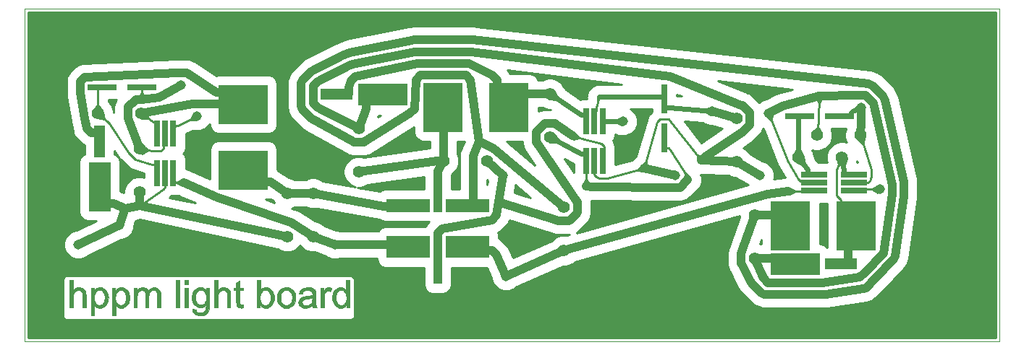
<source format=gbr>
%FSLAX44Y44*%
%OFA0.0000B0.0000*%
%SFA1B1*%
%MOMM*%
%AMFRECTNOHOLE10*
21,1,0.6908,2.9998,0.0000,0.0000,0*
%
%AMFRECTNOHOLE11*
21,1,2.9998,0.6908,0.0000,0.0000,0*
%
%AMFRECTNOHOLE12*
21,1,0.5994,3.4010,0.0000,0.0000,0*
%
%AMFRECTNOHOLE13*
21,1,3.4010,0.5994,0.0000,0.0000,0*
%
%AMFRECTNOHOLE14*
21,1,5.1004,1.6002,0.0000,0.0000,0*
%
%AMFRECTNOHOLE15*
21,1,1.0008,4.6000,0.0000,0.0000,0*
%
%AMFRECTNOHOLE16*
21,1,5.1004,2.6010,0.0000,0.0000,0*
%
%AMFRECTNOHOLE17*
21,1,1.0008,5.6008,0.0000,0.0000,0*
%
%AMFRECTNOHOLE18*
21,1,5.6998,4.6000,0.0000,0.0000,0*
%
%AMFRECTNOHOLE19*
21,1,4.6000,5.6998,0.0000,0.0000,0*
%
%AMFRECTNOHOLE20*
21,1,5.6794,2.5502,0.0000,0.0000,0*
%
%AMFRECTNOHOLE21*
21,1,3.7618,1.2700,0.0000,0.0000,0*
%
%AMFRECTNOHOLE22*
21,1,2.5502,5.6794,0.0000,0.0000,0*
%
%AMFRECTNOHOLE23*
21,1,1.2700,3.7618,0.0000,0.0000,0*
%
%ADD10FRECTNOHOLE10*%
%ADD11FRECTNOHOLE11*%
%ADD12FRECTNOHOLE12*%
%ADD13FRECTNOHOLE13*%
%ADD14FRECTNOHOLE14*%
%ADD15FRECTNOHOLE15*%
%ADD16FRECTNOHOLE16*%
%ADD17FRECTNOHOLE17*%
%ADD18FRECTNOHOLE18*%
%ADD19FRECTNOHOLE19*%
%ADD20FRECTNOHOLE20*%
%ADD21FRECTNOHOLE21*%
%ADD22FRECTNOHOLE22*%
%ADD23FRECTNOHOLE23*%
%ADD24C,0.1000X0.0000X0.0000*%
%ADD25C,0.2540X0.0000X0.0000*%
%ADD26C,0.0000X0.0000X0.0000*%
%ADD27C,0.5994X0.0000X0.0000*%
%ADD28C,1.0000X0.0000X0.0000*%
%ADD29C,1.1430X0.0000X0.0000*%
%ADD30C,1.3970X0.0000X0.0000*%
%LNFront0*%
%LPD*%
G36*
X4320Y4320D2*
X1135680Y4320D1*
X1135680Y385680D1*
X4320Y385680D1*
X4320Y4320D1*
X4320Y4320D1*
G37*
%LNFront1*%
%LPC*%
G36*
X197434Y247175D2*
X195888Y247316D1*
X188325Y243746D1*
X188324Y228413D1*
X188322Y226161D1*
X186603Y222021D1*
X184980Y220400D1*
X186614Y218763D1*
X188326Y214619D1*
X188325Y202354D1*
X189042Y202354D1*
X195022Y199877D1*
X195218Y199681D1*
X216101Y190211D1*
X216102Y223743D1*
X216104Y225995D1*
X217823Y230135D1*
X220996Y233303D1*
X225140Y235015D1*
X284370Y235013D1*
X286622Y235011D1*
X290762Y233292D1*
X293930Y230119D1*
X295642Y225975D1*
X295641Y201097D1*
X297213Y200024D1*
X309179Y191849D1*
X309461Y191849D1*
X314104Y190605D1*
X315433Y189838D1*
X328915Y189796D1*
X330154Y190511D1*
X334797Y191755D1*
X339603Y191755D1*
X344246Y190511D1*
X348409Y188108D1*
X348555Y187962D1*
X386902Y180944D1*
X383784Y181779D1*
X379621Y184182D1*
X376222Y187581D1*
X373819Y191744D1*
X372575Y196387D1*
X372575Y201193D1*
X373819Y205836D1*
X376222Y209999D1*
X379621Y213398D1*
X383784Y215801D1*
X388427Y217045D1*
X393233Y217045D1*
X396891Y216065D1*
X473630Y226783D1*
X473630Y234820D1*
X464185Y234820D1*
X460043Y236536D1*
X456873Y239706D1*
X455157Y243848D1*
X455157Y251242D1*
X406580Y220502D1*
X405979Y220123D1*
X404743Y219482D1*
X402917Y218726D1*
X401443Y218115D1*
X398286Y217487D1*
X384968Y217488D1*
X383373Y217487D1*
X380215Y218115D1*
X377555Y219218D1*
X377109Y219402D1*
X376215Y219837D1*
X327151Y247516D1*
X326185Y248061D1*
X324419Y249403D1*
X313420Y260402D1*
X312291Y261530D1*
X310503Y264206D1*
X308357Y269390D1*
X307746Y270864D1*
X307118Y274021D1*
X307118Y302771D1*
X307117Y304366D1*
X307118Y306007D1*
X307745Y307524D1*
X309595Y311987D1*
X309894Y312708D1*
X310504Y314182D1*
X312293Y316859D1*
X324566Y329132D1*
X326689Y330663D1*
X364042Y349386D1*
X364296Y349513D1*
X364838Y349761D1*
X373907Y353518D1*
X374642Y353822D1*
X376165Y354285D1*
X449348Y368949D1*
X451780Y369433D1*
X452560Y369589D1*
X454144Y369745D1*
X474662Y369746D1*
X527134Y369746D1*
X527988Y369392D1*
X988352Y318480D1*
X989483Y318356D1*
X991715Y317785D1*
X998601Y314933D1*
X1000075Y314323D1*
X1002752Y312534D1*
X1015707Y299579D1*
X1016836Y298451D1*
X1018624Y295775D1*
X1021640Y288491D1*
X1021901Y287861D1*
X1022308Y286589D1*
X1044540Y190445D1*
X1044751Y189531D1*
X1044959Y187695D1*
X1044958Y170052D1*
X1044958Y169455D1*
X1044871Y168265D1*
X1034409Y97477D1*
X1034264Y96493D1*
X1033726Y94547D1*
X1031808Y89919D1*
X1031231Y88524D1*
X1029565Y85973D1*
X1006407Y61855D1*
X1006176Y61619D1*
X995956Y51399D1*
X994828Y50270D1*
X992152Y48482D1*
X986968Y46336D1*
X986022Y45945D1*
X984075Y45410D1*
X939050Y38865D1*
X938460Y38779D1*
X937298Y38696D1*
X865461Y38696D1*
X863866Y38695D1*
X862225Y38696D1*
X860708Y39323D1*
X856245Y41173D1*
X855524Y41472D1*
X854050Y42082D1*
X851373Y43871D1*
X839805Y55439D1*
X839362Y55919D1*
X836559Y59197D1*
X835912Y59953D1*
X834798Y61637D1*
X824256Y82835D1*
X823791Y83856D1*
X823299Y85044D1*
X822688Y86518D1*
X822060Y89675D1*
X822061Y102993D1*
X822062Y104388D1*
X822530Y107109D1*
X835976Y145274D1*
X835908Y145528D1*
X835908Y146788D1*
X643161Y92849D1*
X641981Y91669D1*
X637818Y89266D1*
X633175Y88022D1*
X629722Y88022D1*
X574182Y63454D1*
X572632Y61904D1*
X566390Y59318D1*
X559632Y59318D1*
X553390Y61904D1*
X548612Y66682D1*
X546026Y72924D1*
X546026Y74443D1*
X540815Y86127D1*
X499375Y86129D1*
X499374Y67389D1*
X499372Y65137D1*
X497653Y60997D1*
X494480Y57829D1*
X490336Y56117D1*
X478096Y56119D1*
X475844Y56121D1*
X471704Y57840D1*
X468536Y61013D1*
X466824Y65157D1*
X466825Y86127D1*
X423079Y86129D1*
X420827Y86131D1*
X416687Y87850D1*
X413519Y91023D1*
X411807Y95167D1*
X411807Y96827D1*
X367794Y96827D1*
X366068Y96112D1*
X359310Y96112D1*
X353068Y98698D1*
X352045Y99721D1*
X339506Y104445D1*
X334797Y104445D1*
X330154Y105689D1*
X325991Y108092D1*
X322592Y111491D1*
X322102Y112340D1*
X321666Y111585D1*
X318267Y108186D1*
X314104Y105783D1*
X309461Y104539D1*
X304655Y104539D1*
X300012Y105783D1*
X295849Y108186D1*
X295417Y108618D1*
X134155Y142578D1*
X129595Y141684D1*
X127474Y135411D1*
X127474Y132594D1*
X124888Y126352D1*
X120110Y121574D1*
X113868Y118988D1*
X112627Y118988D1*
X73933Y100702D1*
X72132Y98901D1*
X65890Y96315D1*
X59132Y96315D1*
X52890Y98901D1*
X48112Y103679D1*
X45526Y109921D1*
X45526Y116679D1*
X48112Y122921D1*
X52890Y127699D1*
X59132Y130285D1*
X60373Y130285D1*
X83508Y141218D1*
X74638Y141218D1*
X72386Y141220D1*
X68246Y142939D1*
X65078Y146112D1*
X63366Y150256D1*
X63368Y209282D1*
X63370Y211534D1*
X65089Y215674D1*
X68262Y218842D1*
X69767Y219464D1*
X69768Y230006D1*
X69673Y230045D1*
X66997Y231833D1*
X65869Y232962D1*
X59007Y239824D1*
X56750Y244000D1*
X56265Y246324D1*
X53741Y258413D1*
X53606Y259144D1*
X49130Y286858D1*
X48619Y288092D1*
X48619Y301894D1*
X48618Y306247D1*
X49246Y309405D1*
X50467Y312353D1*
X52255Y315029D1*
X53384Y316157D1*
X60699Y323475D1*
X66238Y325934D1*
X69279Y326085D1*
X176593Y331314D1*
X177385Y331333D1*
X190206Y331333D1*
X193363Y330704D1*
X194836Y330092D1*
X196289Y329490D1*
X197668Y328754D1*
X198331Y328314D1*
X223716Y311440D1*
X225140Y312028D1*
X284370Y312026D1*
X286622Y312024D1*
X290762Y310305D1*
X293930Y307132D1*
X295642Y302988D1*
X295640Y256998D1*
X295640Y252514D1*
X293924Y248372D1*
X290754Y245202D1*
X286612Y243486D1*
X227372Y243486D1*
X225120Y243488D1*
X220980Y245207D1*
X217812Y248380D1*
X216100Y252524D1*
X216100Y254607D1*
X215946Y254235D1*
X211168Y249457D1*
X204926Y246871D1*
X202992Y246871D1*
X202488Y246714D1*
X200767Y246871D1*
X198168Y246871D1*
X197434Y247175D1*
G37*
G36*
X44441Y72590D2*
X45220Y74471D1*
X46659Y75910D1*
X48540Y76689D1*
X381426Y76689D1*
X383307Y75910D1*
X384746Y74471D1*
X385525Y72590D1*
X385525Y29104D1*
X384746Y27223D1*
X383307Y25784D1*
X381426Y25005D1*
X48540Y25005D1*
X46659Y25784D1*
X45220Y27223D1*
X44441Y29104D1*
X44441Y72590D1*
G37*
%LNFront2*%
%LPD*%
G36*
X662733Y165248D2*
X662875Y164533D1*
X662874Y151215D1*
X662875Y149620D1*
X662247Y146462D1*
X661144Y143802D1*
X660534Y142328D1*
X658746Y139651D1*
X649327Y130232D1*
X648199Y129103D1*
X645523Y127315D1*
X645414Y127270D1*
X846178Y183453D1*
X831486Y192045D1*
X830097Y192045D1*
X825454Y193289D1*
X823499Y194418D1*
X791382Y195860D1*
X790586Y195860D1*
X791814Y192895D1*
X791814Y186423D1*
X789337Y180443D1*
X788535Y179641D1*
X788391Y179394D1*
X787123Y177750D1*
X786379Y177006D1*
X777324Y167949D1*
X774648Y166160D1*
X773174Y165549D1*
X770973Y164636D1*
X767815Y164008D1*
X766220Y164009D1*
X755002Y164009D1*
X754791Y164010D1*
X664000Y165186D1*
X663104Y165223D1*
X662733Y165248D1*
X662733Y165248D1*
G37*
%LNFront3*%
%LPD*%
G36*
X630050Y299595D2*
X632824Y295067D1*
X650083Y283475D1*
X651304Y283981D1*
X657380Y283981D1*
X657380Y285382D1*
X657167Y286450D1*
X657380Y287524D1*
X657380Y289633D1*
X659552Y294877D1*
X663565Y298890D1*
X668809Y301062D1*
X698211Y301062D1*
X564073Y317977D1*
X564920Y317130D1*
X566080Y315969D1*
X566709Y314453D1*
X566748Y314359D1*
X589440Y314358D1*
X591692Y314356D1*
X595832Y312637D1*
X599000Y309464D1*
X600198Y306564D1*
X606011Y306564D1*
X607295Y307305D1*
X611938Y308549D1*
X616744Y308549D1*
X621387Y307305D1*
X625550Y304902D1*
X627612Y302840D1*
X628424Y302250D1*
X628775Y301677D1*
X628949Y301503D1*
X630050Y299595D1*
X630050Y299595D1*
G37*
%LNFront4*%
%LPD*%
G36*
X473213Y140026D2*
X423079Y140028D1*
X420827Y140030D1*
X416687Y141749D1*
X416178Y142183D1*
X414786Y142760D1*
X342431Y156003D1*
X339603Y155245D1*
X334797Y155245D1*
X330154Y156489D1*
X328825Y157256D1*
X315343Y157298D1*
X314104Y156583D1*
X312164Y156063D1*
X318148Y154033D1*
X319145Y153658D1*
X320333Y153166D1*
X321068Y152862D1*
X322472Y152112D1*
X339166Y140955D1*
X339603Y140955D1*
X344246Y139711D1*
X348409Y137308D1*
X350727Y134990D1*
X363754Y130082D1*
X366068Y130082D1*
X367794Y129367D1*
X413349Y129367D1*
X413525Y129793D1*
X416695Y132963D1*
X420837Y134679D1*
X468872Y134679D1*
X469797Y136613D1*
X471765Y138579D1*
X473213Y140026D1*
X473213Y140026D1*
G37*
%LNFront5*%
%LPD*%
G36*
X558291Y130946D2*
X556509Y129166D1*
X553568Y127638D1*
X554393Y125641D1*
X554392Y120707D1*
X554487Y120668D1*
X557163Y118880D1*
X558291Y117751D1*
X564532Y111508D1*
X566225Y109044D1*
X566827Y107691D1*
X571263Y97744D1*
X616378Y117700D1*
X619563Y120885D1*
X623726Y123288D1*
X628369Y124532D1*
X633175Y124532D1*
X634430Y124196D1*
X637210Y124974D1*
X624910Y124975D1*
X623687Y124974D1*
X621240Y125346D1*
X567441Y142174D1*
X565309Y137967D1*
X558291Y130946D1*
X558291Y130946D1*
G37*
%LNFront6*%
%LPD*%
G36*
X712206Y213742D2*
X713050Y214941D1*
X714068Y215586D1*
X715456Y217054D1*
X728326Y262593D1*
X729952Y265364D1*
X731088Y266500D1*
X732320Y267734D1*
X733800Y269215D1*
X733800Y272528D1*
X708408Y272528D1*
X709149Y272221D1*
X713927Y267443D1*
X716513Y261201D1*
X716513Y254443D1*
X713927Y248201D1*
X709149Y243423D1*
X702907Y240837D1*
X696149Y240837D1*
X695299Y241189D1*
X695031Y241199D1*
X692732Y242253D1*
X690724Y243085D1*
X690724Y242713D1*
X690722Y240461D1*
X689003Y236321D1*
X688380Y235699D1*
X690203Y231301D1*
X690202Y230188D1*
X690726Y228919D1*
X690725Y206966D1*
X710527Y212207D1*
X712206Y213742D1*
X712206Y213742D1*
G37*
%LNFront7*%
%LPD*%
G36*
X882105Y204502D2*
X881860Y204917D1*
X881434Y205781D1*
X863783Y250021D1*
X862872Y247825D1*
X862262Y246351D1*
X860474Y243674D1*
X850492Y233692D1*
X849262Y232682D1*
X840459Y226784D1*
X843709Y224908D1*
X847108Y221509D1*
X847896Y220144D1*
X862834Y211408D1*
X863028Y211408D1*
X869270Y208822D1*
X874048Y204044D1*
X876634Y197802D1*
X876634Y191044D1*
X876310Y190262D1*
X889129Y191886D1*
X889482Y192032D1*
X882105Y204502D1*
X882105Y204502D1*
G37*
%LNFront8*%
%LPD*%
G36*
X867814Y284460D2*
X878752Y290038D1*
X879461Y290400D1*
X880969Y290990D1*
X897917Y295744D1*
X811080Y305347D1*
X844397Y292041D1*
X844587Y291964D1*
X845775Y291472D1*
X847249Y290862D1*
X849926Y289074D1*
X858913Y280088D1*
X860699Y281874D1*
X866941Y284460D1*
X867814Y284460D1*
X867814Y284460D1*
G37*
%LNFront9*%
%LPD*%
G36*
X115945Y173939D2*
X115945Y177168D1*
X117189Y181811D1*
X119592Y185974D1*
X122991Y189373D1*
X127154Y191776D1*
X131797Y193020D1*
X136603Y193020D1*
X139875Y192143D1*
X139876Y196990D1*
X123989Y201950D1*
X121393Y203523D1*
X112793Y212123D1*
X112002Y213088D1*
X111662Y213599D1*
X105009Y223584D1*
X105009Y219463D1*
X106532Y218831D1*
X109700Y215658D1*
X111412Y211514D1*
X111411Y175800D1*
X115945Y173939D1*
X115945Y173939D1*
G37*
%LNFront10*%
%LPD*%
G36*
X924033Y214410D2*
X926482Y211180D1*
X927437Y210225D1*
X936608Y210224D1*
X938362Y210224D1*
X938070Y211537D1*
X937545Y213497D1*
X937545Y213896D1*
X937440Y214368D1*
X937545Y214967D1*
X937545Y218303D1*
X938789Y222946D1*
X941192Y227109D1*
X944591Y230508D1*
X948754Y232911D1*
X953397Y234155D1*
X958203Y234155D1*
X961435Y233289D1*
X960589Y234754D1*
X959345Y239397D1*
X959345Y244203D1*
X960589Y248846D1*
X960928Y249433D1*
X943472Y249433D1*
X943811Y248846D1*
X943916Y248452D1*
X944147Y248009D1*
X944201Y247389D1*
X945055Y244203D1*
X945055Y239397D1*
X943811Y234754D1*
X941408Y230591D1*
X938009Y227192D1*
X933846Y224789D1*
X929203Y223545D1*
X924397Y223545D1*
X921182Y224406D1*
X921236Y224287D1*
X922027Y222885D1*
X922204Y222633D1*
X922401Y221747D1*
X922777Y220927D1*
X922813Y219953D1*
X923255Y218303D1*
X923255Y217907D1*
X924033Y214410D1*
X924033Y214410D1*
G37*
%LNFront11*%
%LPD*%
G36*
X415543Y175702D2*
X416695Y176854D1*
X420837Y178570D1*
X466825Y178570D1*
X466826Y192976D1*
X401457Y183846D1*
X397876Y181779D1*
X393233Y180535D1*
X389137Y180535D1*
X415543Y175702D1*
X415543Y175702D1*
G37*
%LNFront12*%
%LPD*%
G36*
X793393Y256187D2*
X792916Y256460D1*
X771497Y258401D1*
X791320Y233031D1*
X815522Y249246D1*
X803748Y252815D1*
X800421Y252815D1*
X798665Y253543D1*
X797820Y253651D1*
X796295Y254525D1*
X794179Y255401D1*
X793393Y256187D1*
X793393Y256187D1*
G37*
%LNFront13*%
%LPD*%
G36*
X582239Y234818D2*
X563657Y234819D1*
X596875Y206866D1*
X585123Y223908D1*
X584295Y225431D1*
X583969Y226219D1*
X582866Y228879D1*
X582238Y232037D1*
X582239Y233632D1*
X582239Y234818D1*
X582239Y234818D1*
G37*
%LNFront14*%
%LPD*%
G36*
X506170Y219930D2*
X506911Y218646D1*
X508155Y214003D1*
X508155Y209197D1*
X506911Y204554D1*
X504508Y200391D1*
X501109Y196992D1*
X500054Y196383D1*
X499376Y195164D1*
X499375Y178570D1*
X508598Y178570D1*
X508598Y220698D1*
X509770Y223528D1*
X514153Y234818D1*
X506170Y234818D1*
X506170Y219930D1*
X506170Y219930D1*
G37*
%LNFront15*%
%LPD*%
G36*
X127208Y39522D2*
X127208Y62772D1*
X130758Y62772D1*
X130758Y59522D1*
X131258Y60172D1*
X131758Y60722D1*
X132358Y61222D1*
X133008Y61722D1*
X133708Y62122D1*
X134458Y62522D1*
X135208Y62822D1*
X136058Y63072D1*
X136908Y63222D1*
X137808Y63272D1*
X138808Y63222D1*
X139658Y63072D1*
X140508Y62822D1*
X141258Y62522D1*
X141908Y62122D1*
X142558Y61672D1*
X143108Y61172D1*
X143608Y60572D1*
X144058Y59922D1*
X144358Y59222D1*
X144908Y59972D1*
X145558Y60672D1*
X146158Y61272D1*
X146858Y61822D1*
X147558Y62272D1*
X148258Y62622D1*
X149058Y62922D1*
X149858Y63122D1*
X150708Y63222D1*
X151558Y63272D1*
X152858Y63172D1*
X154008Y62922D1*
X155058Y62472D1*
X155958Y61872D1*
X156758Y61172D1*
X157408Y60322D1*
X157958Y59372D1*
X158408Y58272D1*
X158658Y56972D1*
X158758Y55472D1*
X158758Y39522D1*
X154808Y39522D1*
X154808Y54172D1*
X154758Y55422D1*
X154608Y56422D1*
X154408Y57222D1*
X154158Y57872D1*
X153758Y58422D1*
X153308Y58872D1*
X152758Y59272D1*
X152108Y59572D1*
X151408Y59822D1*
X150658Y59872D1*
X149708Y59772D1*
X148858Y59572D1*
X148058Y59172D1*
X147358Y58672D1*
X146708Y58072D1*
X146108Y57372D1*
X145658Y56522D1*
X145258Y55522D1*
X145058Y54372D1*
X144958Y53022D1*
X144958Y39522D1*
X141008Y39522D1*
X141008Y54622D1*
X140958Y55622D1*
X140808Y56472D1*
X140608Y57222D1*
X140308Y57872D1*
X139958Y58422D1*
X139508Y58922D1*
X139008Y59322D1*
X138408Y59622D1*
X137708Y59822D1*
X136908Y59872D1*
X135958Y59772D1*
X135008Y59472D1*
X134208Y59022D1*
X133408Y58472D1*
X132758Y57772D1*
X132208Y56922D1*
X131758Y55922D1*
X131458Y54722D1*
X131208Y53322D1*
X131158Y51572D1*
X131158Y39522D1*
X127208Y39522D1*
G37*
%LNFront16*%
%LPD*%
G36*
X196158Y37622D2*
X199958Y37122D1*
X200008Y36772D1*
X200108Y36422D1*
X200158Y36122D1*
X200258Y35822D1*
X200408Y35572D1*
X200558Y35272D1*
X200708Y35072D1*
X200858Y34822D1*
X201058Y34672D1*
X201258Y34472D1*
X201558Y34272D1*
X201908Y34072D1*
X202258Y33922D1*
X202608Y33772D1*
X203008Y33622D1*
X203458Y33522D1*
X203858Y33472D1*
X204308Y33422D1*
X204808Y33372D1*
X205308Y33372D1*
X206358Y33422D1*
X207258Y33572D1*
X208058Y33822D1*
X208758Y34172D1*
X209408Y34572D1*
X210008Y35022D1*
X210508Y35522D1*
X210958Y36122D1*
X211308Y36772D1*
X211558Y37522D1*
X211608Y37772D1*
X211658Y38122D1*
X211708Y38472D1*
X211758Y38922D1*
X211808Y39372D1*
X211808Y39922D1*
X211808Y40522D1*
X211858Y41122D1*
X211858Y41822D1*
X211858Y42572D1*
X209508Y44322D1*
X210208Y45072D1*
X210858Y45972D1*
X211408Y47072D1*
X211858Y48322D1*
X212108Y49722D1*
X212208Y51422D1*
X212108Y53022D1*
X211858Y54422D1*
X211408Y55672D1*
X210858Y56722D1*
X210158Y57672D1*
X209408Y58472D1*
X208608Y59122D1*
X207708Y59622D1*
X206758Y59922D1*
X205708Y60022D1*
X204708Y59922D1*
X203758Y59622D1*
X202908Y59122D1*
X202058Y58472D1*
X201358Y57672D1*
X200708Y56772D1*
X200158Y55722D1*
X199758Y54522D1*
X199508Y53172D1*
X199408Y51572D1*
X199408Y51572D1*
X199408Y51572D1*
X199508Y49872D1*
X199758Y48372D1*
X200158Y47122D1*
X200708Y46022D1*
X201358Y45072D1*
X202058Y44322D1*
X202858Y43672D1*
X203758Y43172D1*
X204708Y42872D1*
X205758Y42772D1*
X206808Y42872D1*
X207808Y43172D1*
X208658Y43672D1*
X209508Y44322D1*
X211858Y42572D1*
X211308Y41972D1*
X210758Y41472D1*
X210158Y41022D1*
X209558Y40622D1*
X208958Y40272D1*
X208258Y40022D1*
X207608Y39772D1*
X206908Y39622D1*
X206158Y39572D1*
X205408Y39522D1*
X203608Y39672D1*
X201958Y40172D1*
X200558Y40972D1*
X199308Y41972D1*
X198208Y43222D1*
X197258Y44572D1*
X196458Y46072D1*
X195858Y47672D1*
X195508Y49372D1*
X195358Y51272D1*
X195508Y53222D1*
X195908Y55022D1*
X196508Y56722D1*
X197258Y58272D1*
X198208Y59672D1*
X199308Y60872D1*
X200608Y61822D1*
X202058Y62572D1*
X203658Y63072D1*
X205408Y63272D1*
X206208Y63222D1*
X207008Y63122D1*
X207758Y62972D1*
X208458Y62722D1*
X209158Y62422D1*
X209808Y62072D1*
X210458Y61622D1*
X211058Y61122D1*
X211658Y60572D1*
X212208Y59922D1*
X212208Y62772D1*
X215808Y62772D1*
X215808Y42672D1*
X215658Y39822D1*
X215308Y37572D1*
X214758Y35822D1*
X214008Y34372D1*
X213058Y33172D1*
X211908Y32172D1*
X210558Y31372D1*
X209008Y30722D1*
X207308Y30272D1*
X205308Y30122D1*
X203758Y30222D1*
X202308Y30472D1*
X201008Y30922D1*
X199858Y31472D1*
X198808Y32172D1*
X197908Y32972D1*
X197158Y33922D1*
X196558Y34972D1*
X196258Y36222D1*
X196158Y37622D1*
X196158Y37622D1*
G37*
%LNFront17*%
%LPD*%
G36*
X102308Y30622D2*
X102308Y62772D1*
X105908Y62772D1*
X105908Y59722D1*
X107958Y57622D1*
X107308Y56622D1*
X106708Y55472D1*
X106308Y54172D1*
X106008Y52672D1*
X105908Y51022D1*
X105908Y51022D1*
X105908Y51022D1*
X106008Y49322D1*
X106258Y47872D1*
X106658Y46622D1*
X107208Y45572D1*
X107858Y44622D1*
X108558Y43822D1*
X109358Y43172D1*
X110208Y42672D1*
X111108Y42372D1*
X112108Y42272D1*
X113108Y42372D1*
X114058Y42722D1*
X114958Y43222D1*
X115758Y43872D1*
X116458Y44722D1*
X117158Y45672D1*
X117708Y46772D1*
X118108Y48072D1*
X118358Y49572D1*
X118458Y51322D1*
X118358Y52972D1*
X118108Y54422D1*
X117708Y55722D1*
X117158Y56822D1*
X116508Y57772D1*
X115808Y58572D1*
X115008Y59222D1*
X114158Y59722D1*
X113258Y60072D1*
X112258Y60172D1*
X111308Y60072D1*
X110358Y59722D1*
X109508Y59172D1*
X108708Y58472D1*
X107958Y57622D1*
X105908Y59722D1*
X106408Y60372D1*
X107008Y60972D1*
X107558Y61472D1*
X108158Y61922D1*
X108808Y62272D1*
X109508Y62622D1*
X110208Y62872D1*
X110958Y63122D1*
X111808Y63222D1*
X112658Y63272D1*
X114358Y63072D1*
X115908Y62572D1*
X117308Y61822D1*
X118608Y60872D1*
X119708Y59672D1*
X120658Y58322D1*
X121408Y56772D1*
X122008Y55072D1*
X122358Y53222D1*
X122508Y51322D1*
X122358Y49272D1*
X121908Y47372D1*
X121308Y45622D1*
X120458Y44022D1*
X119458Y42622D1*
X118258Y41422D1*
X116908Y40422D1*
X115458Y39672D1*
X113958Y39222D1*
X112358Y39022D1*
X111608Y39072D1*
X110858Y39172D1*
X110158Y39372D1*
X109508Y39622D1*
X108858Y39922D1*
X108258Y40272D1*
X107708Y40622D1*
X107158Y41022D1*
X106658Y41472D1*
X106258Y41972D1*
X106258Y30622D1*
X102308Y30622D1*
G37*
%LNFront18*%
%LPD*%
G36*
X77408Y30622D2*
X77408Y62772D1*
X81008Y62772D1*
X81008Y59722D1*
X83058Y57622D1*
X82408Y56622D1*
X81808Y55472D1*
X81408Y54172D1*
X81108Y52672D1*
X81008Y51022D1*
X81008Y51022D1*
X81008Y51022D1*
X81108Y49322D1*
X81358Y47872D1*
X81758Y46622D1*
X82308Y45572D1*
X82958Y44622D1*
X83658Y43822D1*
X84458Y43172D1*
X85308Y42672D1*
X86208Y42372D1*
X87208Y42272D1*
X88208Y42372D1*
X89158Y42722D1*
X90058Y43222D1*
X90858Y43872D1*
X91558Y44722D1*
X92258Y45672D1*
X92808Y46772D1*
X93208Y48072D1*
X93458Y49572D1*
X93558Y51322D1*
X93458Y52972D1*
X93208Y54422D1*
X92808Y55722D1*
X92258Y56822D1*
X91608Y57772D1*
X90908Y58572D1*
X90108Y59222D1*
X89258Y59722D1*
X88358Y60072D1*
X87358Y60172D1*
X86408Y60072D1*
X85458Y59722D1*
X84608Y59172D1*
X83808Y58472D1*
X83058Y57622D1*
X81008Y59722D1*
X81508Y60372D1*
X82108Y60972D1*
X82658Y61472D1*
X83258Y61922D1*
X83908Y62272D1*
X84608Y62622D1*
X85308Y62872D1*
X86058Y63122D1*
X86908Y63222D1*
X87758Y63272D1*
X89458Y63072D1*
X91008Y62572D1*
X92408Y61822D1*
X93708Y60872D1*
X94808Y59672D1*
X95758Y58322D1*
X96508Y56772D1*
X97108Y55072D1*
X97458Y53222D1*
X97608Y51322D1*
X97458Y49272D1*
X97008Y47372D1*
X96408Y45622D1*
X95558Y44022D1*
X94558Y42622D1*
X93358Y41422D1*
X92008Y40422D1*
X90558Y39672D1*
X89058Y39222D1*
X87458Y39022D1*
X86708Y39072D1*
X85958Y39172D1*
X85258Y39372D1*
X84608Y39622D1*
X83958Y39922D1*
X83358Y40272D1*
X82808Y40622D1*
X82258Y41022D1*
X81758Y41472D1*
X81358Y41972D1*
X81358Y30622D1*
X77408Y30622D1*
G37*
%LNFront19*%
%LPD*%
G36*
X376158Y39522D2*
X376158Y42472D1*
X374358Y44572D1*
X374958Y45472D1*
X375508Y46572D1*
X375908Y47772D1*
X376158Y49172D1*
X376258Y50822D1*
X376158Y52572D1*
X375908Y54122D1*
X375508Y55472D1*
X374958Y56572D1*
X374308Y57572D1*
X373558Y58372D1*
X372758Y59072D1*
X371908Y59572D1*
X370958Y59922D1*
X369908Y60022D1*
X368908Y59922D1*
X367958Y59622D1*
X367108Y59122D1*
X366358Y58472D1*
X365658Y57672D1*
X365008Y56722D1*
X364508Y55622D1*
X364108Y54372D1*
X363858Y52872D1*
X363758Y51122D1*
X363758Y51122D1*
X363758Y51122D1*
X363858Y49472D1*
X364108Y48022D1*
X364558Y46772D1*
X365108Y45672D1*
X365758Y44672D1*
X366508Y43872D1*
X367308Y43222D1*
X368158Y42722D1*
X369058Y42372D1*
X370058Y42272D1*
X371058Y42372D1*
X372008Y42672D1*
X372858Y43172D1*
X373608Y43822D1*
X374358Y44572D1*
X376158Y42472D1*
X375708Y41822D1*
X375208Y41222D1*
X374658Y40722D1*
X374058Y40272D1*
X373458Y39872D1*
X372758Y39572D1*
X372058Y39322D1*
X371308Y39172D1*
X370508Y39072D1*
X369658Y39022D1*
X368058Y39222D1*
X366558Y39722D1*
X365158Y40472D1*
X363858Y41422D1*
X362708Y42572D1*
X361758Y43972D1*
X360908Y45522D1*
X360308Y47222D1*
X359858Y49072D1*
X359708Y51122D1*
X359858Y53122D1*
X360208Y54972D1*
X360808Y56722D1*
X361558Y58322D1*
X362508Y59722D1*
X363608Y60872D1*
X364908Y61872D1*
X366308Y62622D1*
X367808Y63072D1*
X369458Y63272D1*
X370258Y63222D1*
X371058Y63122D1*
X371808Y62872D1*
X372508Y62622D1*
X373158Y62322D1*
X373808Y61972D1*
X374358Y61572D1*
X374908Y61122D1*
X375408Y60622D1*
X375858Y60072D1*
X375858Y71572D1*
X379808Y71572D1*
X379808Y39522D1*
X376158Y39522D1*
G37*
%LNFront20*%
%LPD*%
G36*
X275208Y39522D2*
X271558Y39522D1*
X271558Y71572D1*
X275508Y71572D1*
X275508Y60122D1*
X276008Y60722D1*
X276558Y61272D1*
X277108Y61722D1*
X277708Y62122D1*
X278308Y62472D1*
X278958Y62772D1*
X279658Y62972D1*
X280358Y63122D1*
X281108Y63222D1*
X281858Y63272D1*
X283508Y63072D1*
X285058Y62622D1*
X286508Y61872D1*
X287758Y60922D1*
X288858Y59822D1*
X289808Y58472D1*
X290558Y56922D1*
X291108Y55272D1*
X291508Y53422D1*
X291658Y51472D1*
X291508Y49222D1*
X291108Y47272D1*
X290408Y45472D1*
X289558Y43922D1*
X288508Y42572D1*
X287358Y41372D1*
X286108Y40422D1*
X284708Y39672D1*
X283258Y39172D1*
X281658Y39022D1*
X280858Y39072D1*
X280058Y39172D1*
X279358Y39322D1*
X278658Y39572D1*
X278008Y39872D1*
X277358Y40272D1*
X276758Y40722D1*
X276208Y41222D1*
X275708Y41822D1*
X275208Y42472D1*
X277058Y44222D1*
X277458Y43772D1*
X277908Y43372D1*
X278408Y43022D1*
X278958Y42772D1*
X279458Y42522D1*
X280058Y42372D1*
X280658Y42322D1*
X281258Y42272D1*
X282258Y42372D1*
X283208Y42722D1*
X284058Y43222D1*
X284858Y43922D1*
X285608Y44722D1*
X286258Y45672D1*
X286808Y46772D1*
X287258Y48072D1*
X287508Y49522D1*
X287608Y51172D1*
X287508Y52872D1*
X287258Y54322D1*
X286858Y55622D1*
X286308Y56722D1*
X285708Y57672D1*
X284958Y58472D1*
X284208Y59122D1*
X283358Y59622D1*
X282458Y59922D1*
X281458Y60022D1*
X280458Y59922D1*
X279508Y59572D1*
X278658Y59072D1*
X277858Y58372D1*
X277108Y57572D1*
X276458Y56622D1*
X275908Y55522D1*
X275458Y54322D1*
X275208Y52922D1*
X275108Y51322D1*
X275108Y51322D1*
X275108Y51322D1*
X275108Y50522D1*
X275158Y49722D1*
X275208Y49022D1*
X275308Y48322D1*
X275408Y47722D1*
X275508Y47122D1*
X275658Y46622D1*
X275858Y46122D1*
X276058Y45722D1*
X276258Y45322D1*
X276608Y44722D1*
X277058Y44222D1*
X275208Y42472D1*
X275208Y39522D1*
G37*
%LNFront21*%
%LPD*%
G36*
X52508Y39522D2*
X52508Y71572D1*
X56458Y71572D1*
X56458Y60072D1*
X57008Y60672D1*
X57608Y61222D1*
X58258Y61722D1*
X58908Y62122D1*
X59558Y62472D1*
X60258Y62772D1*
X61008Y62972D1*
X61758Y63122D1*
X62558Y63222D1*
X63358Y63272D1*
X64858Y63172D1*
X66158Y62822D1*
X67358Y62322D1*
X68408Y61672D1*
X69308Y60872D1*
X70008Y59972D1*
X70608Y58872D1*
X71008Y57622D1*
X71258Y56072D1*
X71358Y54222D1*
X71358Y39522D1*
X67408Y39522D1*
X67408Y54222D1*
X67358Y55322D1*
X67158Y56272D1*
X66908Y57072D1*
X66508Y57772D1*
X66058Y58372D1*
X65508Y58872D1*
X64908Y59322D1*
X64208Y59622D1*
X63458Y59822D1*
X62558Y59872D1*
X61558Y59772D1*
X60558Y59472D1*
X59658Y59022D1*
X58858Y58472D1*
X58108Y57772D1*
X57558Y56972D1*
X57058Y56072D1*
X56758Y54972D1*
X56508Y53722D1*
X56458Y52222D1*
X56458Y39522D1*
X52508Y39522D1*
G37*
%LNFront22*%
%LPD*%
G36*
X221758Y39522D2*
X221758Y71572D1*
X225708Y71572D1*
X225708Y60072D1*
X226258Y60672D1*
X226858Y61222D1*
X227508Y61722D1*
X228158Y62122D1*
X228808Y62472D1*
X229508Y62772D1*
X230258Y62972D1*
X231008Y63122D1*
X231808Y63222D1*
X232608Y63272D1*
X234108Y63172D1*
X235408Y62822D1*
X236608Y62322D1*
X237658Y61672D1*
X238558Y60872D1*
X239258Y59972D1*
X239858Y58872D1*
X240258Y57622D1*
X240508Y56072D1*
X240608Y54222D1*
X240608Y39522D1*
X236658Y39522D1*
X236658Y54222D1*
X236608Y55322D1*
X236408Y56272D1*
X236158Y57072D1*
X235758Y57772D1*
X235308Y58372D1*
X234758Y58872D1*
X234158Y59322D1*
X233458Y59622D1*
X232708Y59822D1*
X231808Y59872D1*
X230808Y59772D1*
X229808Y59472D1*
X228908Y59022D1*
X228108Y58472D1*
X227358Y57772D1*
X226808Y56972D1*
X226308Y56072D1*
X226008Y54972D1*
X225758Y53722D1*
X225708Y52222D1*
X225708Y39522D1*
X221758Y39522D1*
G37*
%LNFront23*%
%LPD*%
G36*
X938350Y110231D2*
X938350Y161774D1*
X929879Y161775D1*
X929877Y114432D1*
X931734Y114430D1*
X935874Y112711D1*
X938350Y110231D1*
X938350Y110231D1*
G37*
%LNFront24*%
%LPD*%
G36*
X295008Y51172D2*
X295058Y52422D1*
X295158Y53572D1*
X295308Y54722D1*
X295608Y55772D1*
X295908Y56772D1*
X296308Y57672D1*
X296758Y58522D1*
X297308Y59322D1*
X297908Y60022D1*
X298608Y60672D1*
X299208Y61172D1*
X299858Y61622D1*
X300508Y62022D1*
X301208Y62322D1*
X301908Y62622D1*
X302658Y62872D1*
X303408Y63022D1*
X304208Y63172D1*
X305058Y63222D1*
X305908Y63272D1*
X307758Y63122D1*
X309408Y62672D1*
X310908Y61922D1*
X312258Y61022D1*
X313508Y59872D1*
X314558Y58572D1*
X315458Y57072D1*
X316158Y55422D1*
X316608Y53572D1*
X316758Y51472D1*
X316608Y49022D1*
X316158Y46922D1*
X315508Y45172D1*
X314608Y43672D1*
X313558Y42372D1*
X312308Y41222D1*
X310858Y40322D1*
X309308Y39622D1*
X307658Y39172D1*
X305908Y39022D1*
X305908Y42272D1*
X307008Y42372D1*
X308058Y42722D1*
X309008Y43222D1*
X309858Y43872D1*
X310608Y44722D1*
X311308Y45672D1*
X311908Y46822D1*
X312308Y48072D1*
X312608Y49572D1*
X312708Y51272D1*
X312608Y52922D1*
X312308Y54322D1*
X311908Y55572D1*
X311308Y56672D1*
X310608Y57622D1*
X309858Y58422D1*
X308958Y59072D1*
X308008Y59572D1*
X307008Y59922D1*
X305908Y60022D1*
X304758Y59922D1*
X303708Y59572D1*
X302808Y59072D1*
X301908Y58422D1*
X301158Y57622D1*
X300458Y56622D1*
X299858Y55522D1*
X299458Y54272D1*
X299158Y52822D1*
X299058Y51172D1*
X299058Y51172D1*
X299058Y51172D1*
X299158Y49472D1*
X299458Y48022D1*
X299858Y46772D1*
X300458Y45672D1*
X301158Y44672D1*
X301908Y43872D1*
X302808Y43222D1*
X303708Y42722D1*
X304758Y42372D1*
X305908Y42272D1*
X305908Y39022D1*
X304058Y39172D1*
X302358Y39622D1*
X300858Y40322D1*
X299458Y41272D1*
X298258Y42422D1*
X297158Y43722D1*
X296258Y45272D1*
X295608Y46972D1*
X295158Y48922D1*
X295008Y51172D1*
X295008Y51172D1*
G37*
%LNFront25*%
%LPD*%
G36*
X336558Y42422D2*
X335708Y41722D1*
X334858Y41122D1*
X334008Y40672D1*
X332958Y43222D1*
X333608Y43622D1*
X334258Y44072D1*
X334808Y44572D1*
X335258Y45172D1*
X335658Y45822D1*
X335758Y46122D1*
X335858Y46422D1*
X335958Y46722D1*
X336058Y47072D1*
X336158Y47472D1*
X336208Y47872D1*
X336258Y48322D1*
X336258Y48772D1*
X336308Y49222D1*
X336308Y49722D1*
X336208Y51172D1*
X336208Y51172D1*
X335758Y50972D1*
X335258Y50822D1*
X334708Y50672D1*
X334108Y50522D1*
X333508Y50372D1*
X332858Y50222D1*
X332158Y50072D1*
X331408Y49922D1*
X330608Y49822D1*
X329758Y49672D1*
X328458Y49472D1*
X327458Y49222D1*
X326658Y48972D1*
X326058Y48672D1*
X325508Y48322D1*
X325058Y47872D1*
X324708Y47422D1*
X324458Y46922D1*
X324258Y46372D1*
X324208Y45772D1*
X324258Y45172D1*
X324458Y44622D1*
X324708Y44122D1*
X325058Y43672D1*
X325508Y43222D1*
X326058Y42872D1*
X326608Y42572D1*
X327308Y42322D1*
X328058Y42172D1*
X328958Y42122D1*
X329858Y42172D1*
X330658Y42322D1*
X331458Y42572D1*
X332208Y42822D1*
X332958Y43222D1*
X334008Y40672D1*
X333158Y40222D1*
X332358Y39872D1*
X331508Y39572D1*
X330658Y39322D1*
X329808Y39172D1*
X328908Y39072D1*
X328008Y39022D1*
X326558Y39122D1*
X325258Y39372D1*
X324108Y39772D1*
X323108Y40372D1*
X322258Y41022D1*
X321508Y41772D1*
X320858Y42622D1*
X320408Y43522D1*
X320108Y44572D1*
X320008Y45672D1*
X320108Y46672D1*
X320358Y47572D1*
X320758Y48422D1*
X321208Y49222D1*
X321808Y49972D1*
X322458Y50572D1*
X323158Y51122D1*
X323958Y51622D1*
X324808Y52022D1*
X325708Y52322D1*
X325958Y52372D1*
X326208Y52422D1*
X326508Y52522D1*
X326808Y52572D1*
X327158Y52622D1*
X327508Y52672D1*
X327908Y52722D1*
X328308Y52822D1*
X328758Y52872D1*
X329208Y52922D1*
X330158Y53022D1*
X331008Y53172D1*
X331858Y53272D1*
X332658Y53422D1*
X333358Y53522D1*
X334058Y53672D1*
X334708Y53822D1*
X335258Y53972D1*
X335808Y54122D1*
X336308Y54272D1*
X336308Y54422D1*
X336308Y54572D1*
X336308Y54722D1*
X336308Y54822D1*
X336308Y54972D1*
X336308Y55022D1*
X336308Y55122D1*
X336308Y55222D1*
X336308Y55272D1*
X336308Y55322D1*
X336308Y55772D1*
X336258Y56222D1*
X336208Y56622D1*
X336158Y57022D1*
X336058Y57372D1*
X335908Y57672D1*
X335758Y57972D1*
X335608Y58222D1*
X335408Y58472D1*
X335208Y58672D1*
X334858Y58922D1*
X334508Y59172D1*
X334158Y59372D1*
X333708Y59522D1*
X333308Y59672D1*
X332808Y59822D1*
X332308Y59922D1*
X331808Y59972D1*
X331258Y60022D1*
X330658Y60022D1*
X329608Y59972D1*
X328708Y59822D1*
X327908Y59622D1*
X327208Y59322D1*
X326608Y58972D1*
X326108Y58522D1*
X325608Y57972D1*
X325208Y57322D1*
X324858Y56522D1*
X324558Y55622D1*
X320708Y56122D1*
X321108Y57522D1*
X321658Y58672D1*
X322308Y59672D1*
X323158Y60572D1*
X324108Y61322D1*
X325208Y61972D1*
X326508Y62522D1*
X327908Y62922D1*
X329508Y63172D1*
X331208Y63272D1*
X332858Y63172D1*
X334308Y62972D1*
X335508Y62622D1*
X336608Y62222D1*
X337508Y61722D1*
X338258Y61172D1*
X338858Y60522D1*
X339358Y59822D1*
X339708Y59022D1*
X340008Y58122D1*
X340058Y57922D1*
X340108Y57672D1*
X340108Y57372D1*
X340158Y57072D1*
X340158Y56722D1*
X340158Y56372D1*
X340208Y55972D1*
X340208Y55522D1*
X340208Y55022D1*
X340208Y54522D1*
X340208Y49272D1*
X340208Y47272D1*
X340258Y45672D1*
X340308Y44372D1*
X340408Y43372D1*
X340508Y42522D1*
X340608Y41822D1*
X340758Y41222D1*
X340908Y40622D1*
X341158Y40072D1*
X341408Y39522D1*
X337358Y39522D1*
X337258Y39772D1*
X337108Y40022D1*
X337008Y40322D1*
X336908Y40572D1*
X336858Y40872D1*
X336758Y41172D1*
X336708Y41472D1*
X336658Y41772D1*
X336608Y42072D1*
X336558Y42422D1*
X336558Y42422D1*
G37*
%LNFront26*%
%LPD*%
G36*
X179303Y171124D2*
X179286Y171117D1*
X171996Y171119D1*
X171203Y170327D1*
X170572Y169696D1*
X169769Y169018D1*
X169026Y168489D1*
X199240Y162126D1*
X180819Y170480D1*
X180475Y170511D1*
X179303Y171124D1*
X179303Y171124D1*
G37*
%LNFront27*%
%LPD*%
G36*
X591722Y168673D2*
X574146Y183464D1*
X572714Y174619D1*
X591722Y168673D1*
X591722Y168673D1*
G37*
%LNFront28*%
%LPD*%
G36*
X255308Y43022D2*
X255808Y39572D1*
X255458Y39522D1*
X255158Y39422D1*
X254858Y39372D1*
X254558Y39322D1*
X254258Y39322D1*
X253958Y39272D1*
X253658Y39272D1*
X253358Y39222D1*
X253058Y39222D1*
X252808Y39222D1*
X251658Y39322D1*
X250708Y39522D1*
X249858Y39872D1*
X249208Y40272D1*
X248608Y40772D1*
X248158Y41422D1*
X247808Y42172D1*
X247558Y43122D1*
X247408Y44472D1*
X247358Y46322D1*
X247358Y59722D1*
X244458Y59722D1*
X244458Y62772D1*
X247358Y62772D1*
X247358Y68522D1*
X251308Y70872D1*
X251308Y62772D1*
X255308Y62772D1*
X255308Y59722D1*
X251308Y59722D1*
X251308Y46122D1*
X251308Y45222D1*
X251408Y44622D1*
X251508Y44172D1*
X251658Y43822D1*
X251858Y43572D1*
X252058Y43322D1*
X252358Y43172D1*
X252658Y43022D1*
X253058Y42922D1*
X253558Y42872D1*
X253708Y42872D1*
X253858Y42872D1*
X254008Y42872D1*
X254158Y42872D1*
X254358Y42922D1*
X254508Y42922D1*
X254708Y42922D1*
X254908Y42972D1*
X255108Y42972D1*
X255308Y43022D1*
X255308Y43022D1*
G37*
%LNFront29*%
%LPD*%
G36*
X346208Y39522D2*
X346208Y62772D1*
X349758Y62772D1*
X349758Y59222D1*
X350308Y60122D1*
X350808Y60872D1*
X351308Y61472D1*
X351758Y61972D1*
X352258Y62372D1*
X352758Y62672D1*
X353208Y62922D1*
X353708Y63122D1*
X354208Y63222D1*
X354758Y63272D1*
X355158Y63272D1*
X355558Y63222D1*
X355958Y63172D1*
X356358Y63072D1*
X356808Y62972D1*
X357208Y62822D1*
X357608Y62672D1*
X358008Y62472D1*
X358408Y62272D1*
X358808Y62022D1*
X357408Y58422D1*
X357108Y58572D1*
X356858Y58722D1*
X356558Y58822D1*
X356258Y58922D1*
X356008Y59022D1*
X355708Y59122D1*
X355408Y59172D1*
X355108Y59172D1*
X354858Y59222D1*
X354558Y59222D1*
X354058Y59172D1*
X353608Y59072D1*
X353158Y58872D1*
X352708Y58672D1*
X352308Y58372D1*
X351958Y58072D1*
X351608Y57672D1*
X351258Y57272D1*
X351008Y56822D1*
X350808Y56272D1*
X350658Y55872D1*
X350558Y55422D1*
X350458Y54972D1*
X350408Y54522D1*
X350308Y54072D1*
X350258Y53622D1*
X350208Y53172D1*
X350158Y52672D1*
X350158Y52172D1*
X350158Y51672D1*
X350158Y39522D1*
X346208Y39522D1*
G37*
%LNFront30*%
%LPD*%
G36*
X642275Y208102D2*
X642097Y208280D1*
X631466Y214025D1*
X642274Y198351D1*
X642275Y208102D1*
X642275Y208102D1*
G37*
%LNFront31*%
%LPD*%
G36*
X102024Y275490D2*
X102511Y274646D1*
X102557Y274474D1*
X102637Y274365D1*
X103179Y272153D1*
X103755Y270003D1*
X103755Y269802D1*
X104198Y267993D1*
X104197Y275056D1*
X104825Y278213D1*
X105436Y279687D1*
X106538Y282351D1*
X107455Y283723D1*
X98040Y283723D1*
X98040Y281553D1*
X99566Y279351D1*
X100108Y278809D1*
X100938Y277372D1*
X101925Y275947D1*
X102024Y275490D1*
X102024Y275490D1*
G37*
%LNFront32*%
%LPD*%
G36*
X176858Y39522D2*
X176858Y71572D1*
X180808Y71572D1*
X180808Y39522D1*
X176858Y39522D1*
G37*
%LNFront33*%
%LPD*%
G36*
X608037Y273084D2*
X607295Y273283D1*
X606011Y274024D1*
X600711Y274024D1*
X600711Y269719D1*
X601066Y269866D1*
X603726Y270969D1*
X606884Y271597D1*
X608479Y271596D1*
X615577Y271597D1*
X612868Y272039D1*
X611938Y272039D1*
X610491Y272427D1*
X608601Y272735D1*
X608037Y273084D1*
X608037Y273084D1*
G37*
%LNFront34*%
%LPD*%
G36*
X186908Y39522D2*
X186908Y62772D1*
X190858Y62772D1*
X190858Y39522D1*
X186908Y39522D1*
G37*
%LNFront35*%
%LPD*%
G36*
X287874Y166996D2*
X286612Y166473D1*
X281484Y166473D1*
X292186Y162842D1*
X291035Y164836D1*
X287874Y166996D1*
X287874Y166996D1*
G37*
%LNFront36*%
%LPD*%
G36*
X762336Y289625D2*
X762338Y289620D1*
X762336Y287883D1*
X768471Y287327D1*
X762336Y289777D1*
X762336Y289625D1*
X762336Y289625D1*
G37*
%LNFront37*%
%LPD*%
G36*
X861337Y119329D2*
X859656Y114558D1*
X861209Y114142D1*
X861337Y114068D1*
X861337Y119329D1*
X861337Y119329D1*
G37*
%LNFront38*%
%LPD*%
G36*
X412741Y262909D2*
X416318Y265172D1*
X413535Y265172D1*
X412741Y262909D1*
X412741Y262909D1*
G37*
%LNFront39*%
%LPD*%
G36*
X541138Y189269D2*
X541138Y183191D1*
X541996Y188493D1*
X541138Y189269D1*
X541138Y189269D1*
G37*
%LNFront40*%
%LPD*%
G36*
X186908Y67072D2*
X186908Y71572D1*
X190858Y71572D1*
X190858Y67072D1*
X186908Y67072D1*
G37*
%LNFront41*%
%LPD*%
G36*
X973342Y210838D2*
X973178Y210225D1*
X974099Y210225D1*
X973629Y211770D1*
X973342Y210838D1*
G37*
%LNFront*%
%LPD*%
G54D10*
X164100Y243412D3*
X154600Y243412D3*
X173600Y243412D3*
X164100Y197388D3*
X173600Y197388D3*
X154600Y197388D3*
X666500Y257712D3*
X657000Y257712D3*
X676000Y257712D3*
X666500Y211688D3*
X676000Y211688D3*
X657000Y211688D3*
G54D11*
X969875Y186000D3*
X969875Y195500D3*
X969875Y176500D3*
X923851Y186000D3*
X923851Y176500D3*
X923851Y195500D3*
G54D12*
X748069Y284482D3*
X748069Y238508D3*
G54D13*
X136715Y297990D3*
X90741Y297990D3*
X952787Y263700D3*
X906813Y263700D3*
G54D14*
X448581Y159299D3*
X517619Y159299D3*
G54D15*
X483100Y174310D3*
G54D16*
X517619Y110404D3*
X448581Y110404D3*
G54D17*
X483100Y95393D3*
G54D18*
X255871Y277756D3*
X255871Y200743D3*
G54D19*
X566440Y274589D3*
X489427Y274589D3*
X972620Y135582D3*
X895607Y135582D3*
G54D20*
X901085Y90411D3*
X418511Y289194D3*
G54D21*
X954705Y90411D3*
X364891Y289194D3*
G54D22*
X87389Y180885D3*
G54D23*
X87389Y234505D3*
G54D24*
X0Y390000D2*
X0Y0D1*
X1140000Y390000D2*
X0Y390000D1*
X1140000Y0D2*
X1140000Y390000D1*
X0Y0D2*
X1140000Y0D1*
G54D25*
X164100Y183659D2*
X164100Y197388D1*
X164100Y182389D2*
X164100Y183659D1*
X164100Y180958D2*
X164100Y182389D1*
X162077Y178935D2*
X164100Y180958D1*
X139213Y162663D2*
X162077Y178935D1*
X134271Y159181D2*
X139213Y162663D1*
X771443Y199328D2*
X775544Y189659D1*
X756183Y223623D2*
X771443Y199328D1*
X753186Y226620D2*
X756183Y223623D1*
X751066Y226620D2*
X753186Y226620D1*
X749796Y226620D2*
X751066Y226620D1*
X748069Y238508D2*
X749796Y226620D1*
X656584Y197959D2*
X657000Y211688D1*
X656584Y196689D2*
X656584Y197959D1*
X656584Y181975D2*
X656584Y196689D1*
X910122Y188184D2*
X923851Y186000D1*
X908852Y188184D2*
X910122Y188184D1*
X907252Y188184D2*
X908852Y188184D1*
X904990Y190446D2*
X907252Y188184D1*
X892898Y210887D2*
X904990Y190446D1*
X870320Y267475D2*
X892898Y210887D1*
X928935Y258583D2*
X929369Y287668D1*
X926800Y241800D2*
X928935Y258583D1*
X668684Y271441D2*
X666500Y257712D1*
X668684Y272711D2*
X668684Y271441D1*
X668684Y274311D2*
X668684Y272711D1*
X671647Y286795D2*
X668684Y274311D1*
X161916Y229683D2*
X164100Y243412D1*
X161916Y228413D2*
X161916Y229683D1*
X161916Y227887D2*
X161916Y228413D1*
X161901Y226293D2*
X161916Y227887D1*
X158904Y223296D2*
X161901Y226293D1*
X154664Y223296D2*
X158904Y223296D1*
X149026Y223296D2*
X154664Y223296D1*
X134200Y225565D2*
X149026Y223296D1*
X136721Y296263D2*
X136715Y297990D1*
X136721Y294993D2*
X136721Y296263D1*
X136721Y283528D2*
X136721Y294993D1*
X175784Y253294D2*
X173600Y243412D1*
X177054Y253294D2*
X175784Y253294D1*
X179174Y253294D2*
X177054Y253294D1*
X201547Y263856D2*
X179174Y253294D1*
X95859Y258431D2*
X85500Y267600D1*
X98856Y255434D2*
X95859Y258431D1*
X122098Y220552D2*
X98856Y255434D1*
X129187Y213463D2*
X122098Y220552D1*
X149026Y207270D2*
X129187Y213463D1*
X151146Y207270D2*
X149026Y207270D1*
X152416Y207270D2*
X151146Y207270D1*
X154600Y197388D2*
X152416Y207270D1*
X85500Y294993D2*
X85500Y267600D1*
X85500Y296263D2*
X85500Y294993D1*
X90741Y297990D2*
X85500Y296263D1*
X983604Y178416D2*
X969875Y176500D1*
X984874Y178416D2*
X983604Y178416D1*
X1000279Y178416D2*
X984874Y178416D1*
X949759Y201074D2*
X955800Y215900D1*
X949759Y176436D2*
X949759Y201074D1*
X949759Y172196D2*
X949759Y176436D1*
X949848Y170963D2*
X949759Y172196D1*
X954648Y166164D2*
X949848Y170963D1*
X954648Y164081D2*
X954648Y166164D1*
X954648Y162811D2*
X954648Y164081D1*
X972620Y135582D2*
X954648Y162811D1*
X677663Y225417D2*
X676000Y211688D1*
X677663Y226687D2*
X677663Y225417D1*
X677663Y228807D2*
X677663Y226687D1*
X674666Y231804D2*
X677663Y228807D1*
X651426Y237596D2*
X674666Y231804D1*
X640908Y240994D2*
X651426Y237596D1*
X756183Y257633D2*
X791737Y212130D1*
X753186Y260630D2*
X756183Y257633D1*
X747192Y260630D2*
X753186Y260630D1*
X742952Y260630D2*
X747192Y260630D1*
X739955Y257633D2*
X742952Y260630D1*
X724495Y202932D2*
X739955Y257633D1*
X666500Y197959D2*
X666500Y211688D1*
X666500Y196689D2*
X666500Y197959D1*
X666500Y195258D2*
X666500Y196689D1*
X668523Y193235D2*
X666500Y195258D1*
X671696Y191572D2*
X668523Y193235D1*
X677334Y191572D2*
X671696Y191572D1*
X681574Y191572D2*
X677334Y191572D1*
X724495Y202932D2*
X681574Y191572D1*
X152416Y257141D2*
X154600Y243412D1*
X151146Y257141D2*
X152416Y257141D1*
X150620Y257141D2*
X151146Y257141D1*
X136300Y267600D2*
X150620Y257141D1*
X983604Y186000D2*
X969875Y186000D1*
X984874Y186000D2*
X983604Y186000D1*
X986305Y186000D2*
X984874Y186000D1*
X988328Y188023D2*
X986305Y186000D1*
X989624Y190078D2*
X988328Y188023D1*
X989991Y193837D2*
X989624Y190078D1*
X989991Y198077D2*
X989991Y193837D1*
X989991Y201074D2*
X989991Y198077D1*
X977600Y241800D2*
X989991Y201074D1*
X177054Y186084D2*
X185806Y186084D1*
X175784Y186084D2*
X177054Y186084D1*
X173600Y197388D2*
X175784Y186084D1*
X910122Y176019D2*
X923851Y176500D1*
X908852Y176019D2*
X910122Y176019D1*
X893338Y176019D2*
X908852Y176019D1*
X139213Y162663D2*
X137843Y158107D1*
X139213Y162663D2*
X134461Y162907D1*
X772402Y197068D2*
X777912Y192540D1*
X772402Y197068D2*
X771826Y189960D1*
X656584Y190023D2*
X659889Y183704D1*
X656584Y190023D2*
X653279Y183704D1*
X873567Y259336D2*
X867597Y263962D1*
X873567Y259336D2*
X874713Y266800D1*
X929249Y279621D2*
X926038Y285988D1*
X929249Y279621D2*
X932648Y285890D1*
X928066Y251753D2*
X931871Y244436D1*
X928066Y251753D2*
X922551Y245622D1*
X670690Y282762D2*
X669953Y286457D1*
X670690Y282762D2*
X673009Y285733D1*
X144118Y224047D2*
X136707Y220429D1*
X144118Y224047D2*
X138129Y229715D1*
X136721Y291576D2*
X140026Y285257D1*
X136721Y291576D2*
X133416Y285257D1*
X193623Y260115D2*
X197873Y266357D1*
X193623Y260115D2*
X201143Y259429D1*
X93013Y260950D2*
X84825Y261925D1*
X93013Y260950D2*
X91051Y268959D1*
X85500Y277633D2*
X90197Y270855D1*
X85500Y277633D2*
X80803Y270855D1*
X991516Y178416D2*
X998024Y182247D1*
X991516Y178416D2*
X998024Y174585D1*
X952014Y206609D2*
X950222Y214658D1*
X952014Y206609D2*
X958922Y211112D1*
X648566Y238520D2*
X641537Y237318D1*
X648566Y238520D2*
X643569Y243608D1*
X786782Y218472D2*
X793278Y215527D1*
X786782Y218472D2*
X788068Y211457D1*
X726684Y210677D2*
X728146Y203697D1*
X726684Y210677D2*
X721784Y205495D1*
X716715Y200873D2*
X721978Y205685D1*
X716715Y200873D2*
X723670Y199295D1*
X144402Y261682D2*
X136158Y261887D1*
X144402Y261682D2*
X141700Y269473D1*
X980520Y232201D2*
X974053Y237318D1*
X980520Y232201D2*
X983041Y240052D1*
X177758Y186084D2*
X184077Y189389D1*
X177758Y186084D2*
X184077Y182779D1*
X901386Y176019D2*
X895067Y172714D1*
X901386Y176019D2*
X895067Y179324D1*
X4320Y4320D2*
X1135680Y4320D1*
X1135680Y385680*
X4320Y385680*
X4320Y4320*
X4320Y4320*
X197434Y247175D2*
X195888Y247316D1*
X188325Y243746*
X188324Y228413*
X188322Y226161*
X186603Y222021*
X184980Y220400*
X186614Y218763*
X188326Y214619*
X188325Y202354*
X189042Y202354*
X195022Y199877*
X195218Y199681*
X216101Y190211*
X216102Y223743*
X216104Y225995*
X217823Y230135*
X220996Y233303*
X225140Y235015*
X284370Y235013*
X286622Y235011*
X290762Y233292*
X293930Y230119*
X295642Y225975*
X295641Y201097*
X297213Y200024*
X309179Y191849*
X309461Y191849*
X314104Y190605*
X315433Y189838*
X328915Y189796*
X330154Y190511*
X334797Y191755*
X339603Y191755*
X344246Y190511*
X348409Y188108*
X348555Y187962*
X386902Y180944*
X383784Y181779*
X379621Y184182*
X376222Y187581*
X373819Y191744*
X372575Y196387*
X372575Y201193*
X373819Y205836*
X376222Y209999*
X379621Y213398*
X383784Y215801*
X388427Y217045*
X393233Y217045*
X396891Y216065*
X473630Y226783*
X473630Y234820*
X464185Y234820*
X460043Y236536*
X456873Y239706*
X455157Y243848*
X455157Y251242*
X406580Y220502*
X405979Y220123*
X404743Y219482*
X402917Y218726*
X401443Y218115*
X398286Y217487*
X384968Y217488*
X383373Y217487*
X380215Y218115*
X377555Y219218*
X377109Y219402*
X376215Y219837*
X327151Y247516*
X326185Y248061*
X324419Y249403*
X313420Y260402*
X312291Y261530*
X310503Y264206*
X308357Y269390*
X307746Y270864*
X307118Y274021*
X307118Y302771*
X307117Y304366*
X307118Y306007*
X307745Y307524*
X309595Y311987*
X309894Y312708*
X310504Y314182*
X312293Y316859*
X324566Y329132*
X326689Y330663*
X364042Y349386*
X364296Y349513*
X364838Y349761*
X373907Y353518*
X374642Y353822*
X376165Y354285*
X449348Y368949*
X451780Y369433*
X452560Y369589*
X454144Y369745*
X474662Y369746*
X527134Y369746*
X527988Y369392*
X988352Y318480*
X989483Y318356*
X991715Y317785*
X998601Y314933*
X1000075Y314323*
X1002752Y312534*
X1015707Y299579*
X1016836Y298451*
X1018624Y295775*
X1021640Y288491*
X1021901Y287861*
X1022308Y286589*
X1044540Y190445*
X1044751Y189531*
X1044959Y187695*
X1044958Y170052*
X1044958Y169455*
X1044871Y168265*
X1034409Y97477*
X1034264Y96493*
X1033726Y94547*
X1031808Y89919*
X1031231Y88524*
X1029565Y85973*
X1006407Y61855*
X1006176Y61619*
X995956Y51399*
X994828Y50270*
X992152Y48482*
X986968Y46336*
X986022Y45945*
X984075Y45410*
X939050Y38865*
X938460Y38779*
X937298Y38696*
X865461Y38696*
X863866Y38695*
X862225Y38696*
X860708Y39323*
X856245Y41173*
X855524Y41472*
X854050Y42082*
X851373Y43871*
X839805Y55439*
X839362Y55919*
X836559Y59197*
X835912Y59953*
X834798Y61637*
X824256Y82835*
X823791Y83856*
X823299Y85044*
X822688Y86518*
X822060Y89675*
X822061Y102993*
X822062Y104388*
X822530Y107109*
X835976Y145274*
X835908Y145528*
X835908Y146788*
X643161Y92849*
X641981Y91669*
X637818Y89266*
X633175Y88022*
X629722Y88022*
X574182Y63454*
X572632Y61904*
X566390Y59318*
X559632Y59318*
X553390Y61904*
X548612Y66682*
X546026Y72924*
X546026Y74443*
X540815Y86127*
X499375Y86129*
X499374Y67389*
X499372Y65137*
X497653Y60997*
X494480Y57829*
X490336Y56117*
X478096Y56119*
X475844Y56121*
X471704Y57840*
X468536Y61013*
X466824Y65157*
X466825Y86127*
X423079Y86129*
X420827Y86131*
X416687Y87850*
X413519Y91023*
X411807Y95167*
X411807Y96827*
X367794Y96827*
X366068Y96112*
X359310Y96112*
X353068Y98698*
X352045Y99721*
X339506Y104445*
X334797Y104445*
X330154Y105689*
X325991Y108092*
X322592Y111491*
X322102Y112340*
X321666Y111585*
X318267Y108186*
X314104Y105783*
X309461Y104539*
X304655Y104539*
X300012Y105783*
X295849Y108186*
X295417Y108618*
X134155Y142578*
X129595Y141684*
X127474Y135411*
X127474Y132594*
X124888Y126352*
X120110Y121574*
X113868Y118988*
X112627Y118988*
X73933Y100702*
X72132Y98901*
X65890Y96315*
X59132Y96315*
X52890Y98901*
X48112Y103679*
X45526Y109921*
X45526Y116679*
X48112Y122921*
X52890Y127699*
X59132Y130285*
X60373Y130285*
X83508Y141218*
X74638Y141218*
X72386Y141220*
X68246Y142939*
X65078Y146112*
X63366Y150256*
X63368Y209282*
X63370Y211534*
X65089Y215674*
X68262Y218842*
X69767Y219464*
X69768Y230006*
X69673Y230045*
X66997Y231833*
X65869Y232962*
X59007Y239824*
X56750Y244000*
X56265Y246324*
X53741Y258413*
X53606Y259144*
X49130Y286858*
X48619Y288092*
X48619Y301894*
X48618Y306247*
X49246Y309405*
X50467Y312353*
X52255Y315029*
X53384Y316157*
X60699Y323475*
X66238Y325934*
X69279Y326085*
X176593Y331314*
X177385Y331333*
X190206Y331333*
X193363Y330704*
X194836Y330092*
X196289Y329490*
X197668Y328754*
X198331Y328314*
X223716Y311440*
X225140Y312028*
X284370Y312026*
X286622Y312024*
X290762Y310305*
X293930Y307132*
X295642Y302988*
X295640Y256998*
X295640Y252514*
X293924Y248372*
X290754Y245202*
X286612Y243486*
X227372Y243486*
X225120Y243488*
X220980Y245207*
X217812Y248380*
X216100Y252524*
X216100Y254607*
X215946Y254235*
X211168Y249457*
X204926Y246871*
X202992Y246871*
X202488Y246714*
X200767Y246871*
X198168Y246871*
X197434Y247175*
X44441Y72590D2*
X45220Y74471D1*
X46659Y75910*
X48540Y76689*
X381426Y76689*
X383307Y75910*
X384746Y74471*
X385525Y72590*
X385525Y29104*
X384746Y27223*
X383307Y25784*
X381426Y25005*
X48540Y25005*
X46659Y25784*
X45220Y27223*
X44441Y29104*
X44441Y72590*
X662733Y165248D2*
X662875Y164533D1*
X662874Y151215*
X662875Y149620*
X662247Y146462*
X661144Y143802*
X660534Y142328*
X658746Y139651*
X649327Y130232*
X648199Y129103*
X645523Y127315*
X645414Y127270*
X846178Y183453*
X831486Y192045*
X830097Y192045*
X825454Y193289*
X823499Y194418*
X791382Y195860*
X790586Y195860*
X791814Y192895*
X791814Y186423*
X789337Y180443*
X788535Y179641*
X788391Y179394*
X787123Y177750*
X786379Y177006*
X777324Y167949*
X774648Y166160*
X773174Y165549*
X770973Y164636*
X767815Y164008*
X766220Y164009*
X755002Y164009*
X754791Y164010*
X664000Y165186*
X663104Y165223*
X662733Y165248*
X662733Y165248*
X473213Y140026D2*
X423079Y140028D1*
X420827Y140030*
X416687Y141749*
X416178Y142183*
X414786Y142760*
X342431Y156003*
X339603Y155245*
X334797Y155245*
X330154Y156489*
X328825Y157256*
X315343Y157298*
X314104Y156583*
X312164Y156063*
X318148Y154033*
X319145Y153658*
X320333Y153166*
X321068Y152862*
X322472Y152112*
X339166Y140955*
X339603Y140955*
X344246Y139711*
X348409Y137308*
X350727Y134990*
X363754Y130082*
X366068Y130082*
X367794Y129367*
X413349Y129367*
X413525Y129793*
X416695Y132963*
X420837Y134679*
X468872Y134679*
X469797Y136613*
X471765Y138579*
X473213Y140026*
X473213Y140026*
X558291Y130946D2*
X556509Y129166D1*
X553568Y127638*
X554393Y125641*
X554392Y120707*
X554487Y120668*
X557163Y118880*
X558291Y117751*
X564532Y111508*
X566225Y109044*
X566827Y107691*
X571263Y97744*
X616378Y117700*
X619563Y120885*
X623726Y123288*
X628369Y124532*
X633175Y124532*
X634430Y124196*
X637210Y124974*
X624910Y124975*
X623687Y124974*
X621240Y125346*
X567441Y142174*
X565309Y137967*
X558291Y130946*
X558291Y130946*
X712206Y213742D2*
X713050Y214941D1*
X714068Y215586*
X715456Y217054*
X728326Y262593*
X729952Y265364*
X731088Y266500*
X732320Y267734*
X733800Y269215*
X733800Y272528*
X708408Y272528*
X709149Y272221*
X713927Y267443*
X716513Y261201*
X716513Y254443*
X713927Y248201*
X709149Y243423*
X702907Y240837*
X696149Y240837*
X695299Y241189*
X695031Y241199*
X692732Y242253*
X690724Y243085*
X690724Y242713*
X690722Y240461*
X689003Y236321*
X688380Y235699*
X690203Y231301*
X690202Y230188*
X690726Y228919*
X690725Y206966*
X710527Y212207*
X712206Y213742*
X712206Y213742*
X630050Y299595D2*
X632824Y295067D1*
X650083Y283475*
X651304Y283981*
X657380Y283981*
X657380Y285382*
X657167Y286450*
X657380Y287524*
X657380Y289633*
X659552Y294877*
X663565Y298890*
X668809Y301062*
X698211Y301062*
X564073Y317977*
X564920Y317130*
X566080Y315969*
X566709Y314453*
X566748Y314359*
X589440Y314358*
X591692Y314356*
X595832Y312637*
X599000Y309464*
X600198Y306564*
X606011Y306564*
X607295Y307305*
X611938Y308549*
X616744Y308549*
X621387Y307305*
X625550Y304902*
X627612Y302840*
X628424Y302250*
X628775Y301677*
X628949Y301503*
X630050Y299595*
X630050Y299595*
X882105Y204502D2*
X881860Y204917D1*
X881434Y205781*
X863783Y250021*
X862872Y247825*
X862262Y246351*
X860474Y243674*
X850492Y233692*
X849262Y232682*
X840459Y226784*
X843709Y224908*
X847108Y221509*
X847896Y220144*
X862834Y211408*
X863028Y211408*
X869270Y208822*
X874048Y204044*
X876634Y197802*
X876634Y191044*
X876310Y190262*
X889129Y191886*
X889482Y192032*
X882105Y204502*
X882105Y204502*
X867814Y284460D2*
X878752Y290038D1*
X879461Y290400*
X880969Y290990*
X897917Y295744*
X811080Y305347*
X844397Y292041*
X844587Y291964*
X845775Y291472*
X847249Y290862*
X849926Y289074*
X858913Y280088*
X860699Y281874*
X866941Y284460*
X867814Y284460*
X867814Y284460*
X415543Y175702D2*
X416695Y176854D1*
X420837Y178570*
X466825Y178570*
X466826Y192976*
X401457Y183846*
X397876Y181779*
X393233Y180535*
X389137Y180535*
X415543Y175702*
X415543Y175702*
X924033Y214410D2*
X926482Y211180D1*
X927437Y210225*
X936608Y210224*
X938362Y210224*
X938070Y211537*
X937545Y213497*
X937545Y213896*
X937440Y214368*
X937545Y214967*
X937545Y218303*
X938789Y222946*
X941192Y227109*
X944591Y230508*
X948754Y232911*
X953397Y234155*
X958203Y234155*
X961435Y233289*
X960589Y234754*
X959345Y239397*
X959345Y244203*
X960589Y248846*
X960928Y249433*
X943472Y249433*
X943811Y248846*
X943916Y248452*
X944147Y248009*
X944201Y247389*
X945055Y244203*
X945055Y239397*
X943811Y234754*
X941408Y230591*
X938009Y227192*
X933846Y224789*
X929203Y223545*
X924397Y223545*
X921182Y224406*
X921236Y224287*
X922027Y222885*
X922204Y222633*
X922401Y221747*
X922777Y220927*
X922813Y219953*
X923255Y218303*
X923255Y217907*
X924033Y214410*
X924033Y214410*
X793393Y256187D2*
X792916Y256460D1*
X771497Y258401*
X791320Y233031*
X815522Y249246*
X803748Y252815*
X800421Y252815*
X798665Y253543*
X797820Y253651*
X796295Y254525*
X794179Y255401*
X793393Y256187*
X793393Y256187*
X115945Y173939D2*
X115945Y177168D1*
X117189Y181811*
X119592Y185974*
X122991Y189373*
X127154Y191776*
X131797Y193020*
X136603Y193020*
X139875Y192143*
X139876Y196990*
X123989Y201950*
X121393Y203523*
X112793Y212123*
X112002Y213088*
X111662Y213599*
X105009Y223584*
X105009Y219463*
X106532Y218831*
X109700Y215658*
X111412Y211514*
X111411Y175800*
X115945Y173939*
X115945Y173939*
X938350Y110231D2*
X938350Y161774D1*
X929879Y161775*
X929877Y114432*
X931734Y114430*
X935874Y112711*
X938350Y110231*
X938350Y110231*
X506170Y219930D2*
X506911Y218646D1*
X508155Y214003*
X508155Y209197*
X506911Y204554*
X504508Y200391*
X501109Y196992*
X500054Y196383*
X499376Y195164*
X499375Y178570*
X508598Y178570*
X508598Y220698*
X509770Y223528*
X514153Y234818*
X506170Y234818*
X506170Y219930*
X506170Y219930*
X582239Y234818D2*
X563657Y234819D1*
X596875Y206866*
X585123Y223908*
X584295Y225431*
X583969Y226219*
X582866Y228879*
X582238Y232037*
X582239Y233632*
X582239Y234818*
X582239Y234818*
X179303Y171124D2*
X179286Y171117D1*
X171996Y171119*
X171203Y170327*
X170572Y169696*
X169769Y169018*
X169026Y168489*
X199240Y162126*
X180819Y170480*
X180475Y170511*
X179303Y171124*
X179303Y171124*
X591722Y168673D2*
X574146Y183464D1*
X572714Y174619*
X591722Y168673*
X591722Y168673*
X102024Y275490D2*
X102511Y274646D1*
X102557Y274474*
X102637Y274365*
X103179Y272153*
X103755Y270003*
X103755Y269802*
X104198Y267993*
X104197Y275056*
X104825Y278213*
X105436Y279687*
X106538Y282351*
X107455Y283723*
X98040Y283723*
X98040Y281553*
X99566Y279351*
X100108Y278809*
X100938Y277372*
X101925Y275947*
X102024Y275490*
X102024Y275490*
X642275Y208102D2*
X642097Y208280D1*
X631466Y214025*
X642274Y198351*
X642275Y208102*
X642275Y208102*
X608037Y273084D2*
X607295Y273283D1*
X606011Y274024*
X600711Y274024*
X600711Y269719*
X601066Y269866*
X603726Y270969*
X606884Y271597*
X608479Y271596*
X615577Y271597*
X612868Y272039*
X611938Y272039*
X610491Y272427*
X608601Y272735*
X608037Y273084*
X608037Y273084*
X287874Y166996D2*
X286612Y166473D1*
X281484Y166473*
X292186Y162842*
X291035Y164836*
X287874Y166996*
X287874Y166996*
X762336Y289625D2*
X762338Y289620D1*
X762336Y287883*
X768471Y287327*
X762336Y289777*
X762336Y289625*
X762336Y289625*
X861337Y119329D2*
X859656Y114558D1*
X861209Y114142*
X861337Y114068*
X861337Y119329*
X861337Y119329*
X541138Y189269D2*
X541138Y183191D1*
X541996Y188493*
X541138Y189269*
X541138Y189269*
X412741Y262909D2*
X416318Y265172D1*
X413535Y265172*
X412741Y262909*
X412741Y262909*
X973342Y210838D2*
X973178Y210225D1*
X974099Y210225*
X973629Y211770*
X973342Y210838*
G54D26*
X376158Y39522D2*
X376158Y42472D1*
X374358Y44572*
X374958Y45472*
X375508Y46572*
X375908Y47772*
X376158Y49172*
X376258Y50822*
X376158Y52572*
X375908Y54122*
X375508Y55472*
X374958Y56572*
X374308Y57572*
X373558Y58372*
X372758Y59072*
X371908Y59572*
X370958Y59922*
X369908Y60022*
X368908Y59922*
X367958Y59622*
X367108Y59122*
X366358Y58472*
X365658Y57672*
X365008Y56722*
X364508Y55622*
X364108Y54372*
X363858Y52872*
X363758Y51122*
X363758Y51122*
X363758Y51122*
X363858Y49472*
X364108Y48022*
X364558Y46772*
X365108Y45672*
X365758Y44672*
X366508Y43872*
X367308Y43222*
X368158Y42722*
X369058Y42372*
X370058Y42272*
X371058Y42372*
X372008Y42672*
X372858Y43172*
X373608Y43822*
X374358Y44572*
X376158Y42472*
X375708Y41822*
X375208Y41222*
X374658Y40722*
X374058Y40272*
X373458Y39872*
X372758Y39572*
X372058Y39322*
X371308Y39172*
X370508Y39072*
X369658Y39022*
X368058Y39222*
X366558Y39722*
X365158Y40472*
X363858Y41422*
X362708Y42572*
X361758Y43972*
X360908Y45522*
X360308Y47222*
X359858Y49072*
X359708Y51122*
X359858Y53122*
X360208Y54972*
X360808Y56722*
X361558Y58322*
X362508Y59722*
X363608Y60872*
X364908Y61872*
X366308Y62622*
X367808Y63072*
X369458Y63272*
X370258Y63222*
X371058Y63122*
X371808Y62872*
X372508Y62622*
X373158Y62322*
X373808Y61972*
X374358Y61572*
X374908Y61122*
X375408Y60622*
X375858Y60072*
X375858Y71572*
X379808Y71572*
X379808Y39522*
X376158Y39522*
X346208Y39522D2*
X346208Y62772D1*
X349758Y62772*
X349758Y59222*
X350308Y60122*
X350808Y60872*
X351308Y61472*
X351758Y61972*
X352258Y62372*
X352758Y62672*
X353208Y62922*
X353708Y63122*
X354208Y63222*
X354758Y63272*
X355158Y63272*
X355558Y63222*
X355958Y63172*
X356358Y63072*
X356808Y62972*
X357208Y62822*
X357608Y62672*
X358008Y62472*
X358408Y62272*
X358808Y62022*
X357408Y58422*
X357108Y58572*
X356858Y58722*
X356558Y58822*
X356258Y58922*
X356008Y59022*
X355708Y59122*
X355408Y59172*
X355108Y59172*
X354858Y59222*
X354558Y59222*
X354058Y59172*
X353608Y59072*
X353158Y58872*
X352708Y58672*
X352308Y58372*
X351958Y58072*
X351608Y57672*
X351258Y57272*
X351008Y56822*
X350808Y56272*
X350658Y55872*
X350558Y55422*
X350458Y54972*
X350408Y54522*
X350308Y54072*
X350258Y53622*
X350208Y53172*
X350158Y52672*
X350158Y52172*
X350158Y51672*
X350158Y39522*
X346208Y39522*
X336558Y42422D2*
X335708Y41722D1*
X334858Y41122*
X334008Y40672*
X332958Y43222*
X333608Y43622*
X334258Y44072*
X334808Y44572*
X335258Y45172*
X335658Y45822*
X335758Y46122*
X335858Y46422*
X335958Y46722*
X336058Y47072*
X336158Y47472*
X336208Y47872*
X336258Y48322*
X336258Y48772*
X336308Y49222*
X336308Y49722*
X336208Y51172*
X336208Y51172*
X335758Y50972*
X335258Y50822*
X334708Y50672*
X334108Y50522*
X333508Y50372*
X332858Y50222*
X332158Y50072*
X331408Y49922*
X330608Y49822*
X329758Y49672*
X328458Y49472*
X327458Y49222*
X326658Y48972*
X326058Y48672*
X325508Y48322*
X325058Y47872*
X324708Y47422*
X324458Y46922*
X324258Y46372*
X324208Y45772*
X324258Y45172*
X324458Y44622*
X324708Y44122*
X325058Y43672*
X325508Y43222*
X326058Y42872*
X326608Y42572*
X327308Y42322*
X328058Y42172*
X328958Y42122*
X329858Y42172*
X330658Y42322*
X331458Y42572*
X332208Y42822*
X332958Y43222*
X334008Y40672*
X333158Y40222*
X332358Y39872*
X331508Y39572*
X330658Y39322*
X329808Y39172*
X328908Y39072*
X328008Y39022*
X326558Y39122*
X325258Y39372*
X324108Y39772*
X323108Y40372*
X322258Y41022*
X321508Y41772*
X320858Y42622*
X320408Y43522*
X320108Y44572*
X320008Y45672*
X320108Y46672*
X320358Y47572*
X320758Y48422*
X321208Y49222*
X321808Y49972*
X322458Y50572*
X323158Y51122*
X323958Y51622*
X324808Y52022*
X325708Y52322*
X325958Y52372*
X326208Y52422*
X326508Y52522*
X326808Y52572*
X327158Y52622*
X327508Y52672*
X327908Y52722*
X328308Y52822*
X328758Y52872*
X329208Y52922*
X330158Y53022*
X331008Y53172*
X331858Y53272*
X332658Y53422*
X333358Y53522*
X334058Y53672*
X334708Y53822*
X335258Y53972*
X335808Y54122*
X336308Y54272*
X336308Y54422*
X336308Y54572*
X336308Y54722*
X336308Y54822*
X336308Y54972*
X336308Y55022*
X336308Y55122*
X336308Y55222*
X336308Y55272*
X336308Y55322*
X336308Y55772*
X336258Y56222*
X336208Y56622*
X336158Y57022*
X336058Y57372*
X335908Y57672*
X335758Y57972*
X335608Y58222*
X335408Y58472*
X335208Y58672*
X334858Y58922*
X334508Y59172*
X334158Y59372*
X333708Y59522*
X333308Y59672*
X332808Y59822*
X332308Y59922*
X331808Y59972*
X331258Y60022*
X330658Y60022*
X329608Y59972*
X328708Y59822*
X327908Y59622*
X327208Y59322*
X326608Y58972*
X326108Y58522*
X325608Y57972*
X325208Y57322*
X324858Y56522*
X324558Y55622*
X320708Y56122*
X321108Y57522*
X321658Y58672*
X322308Y59672*
X323158Y60572*
X324108Y61322*
X325208Y61972*
X326508Y62522*
X327908Y62922*
X329508Y63172*
X331208Y63272*
X332858Y63172*
X334308Y62972*
X335508Y62622*
X336608Y62222*
X337508Y61722*
X338258Y61172*
X338858Y60522*
X339358Y59822*
X339708Y59022*
X340008Y58122*
X340058Y57922*
X340108Y57672*
X340108Y57372*
X340158Y57072*
X340158Y56722*
X340158Y56372*
X340208Y55972*
X340208Y55522*
X340208Y55022*
X340208Y54522*
X340208Y49272*
X340208Y47272*
X340258Y45672*
X340308Y44372*
X340408Y43372*
X340508Y42522*
X340608Y41822*
X340758Y41222*
X340908Y40622*
X341158Y40072*
X341408Y39522*
X337358Y39522*
X337258Y39772*
X337108Y40022*
X337008Y40322*
X336908Y40572*
X336858Y40872*
X336758Y41172*
X336708Y41472*
X336658Y41772*
X336608Y42072*
X336558Y42422*
X336558Y42422*
X295008Y51172D2*
X295058Y52422D1*
X295158Y53572*
X295308Y54722*
X295608Y55772*
X295908Y56772*
X296308Y57672*
X296758Y58522*
X297308Y59322*
X297908Y60022*
X298608Y60672*
X299208Y61172*
X299858Y61622*
X300508Y62022*
X301208Y62322*
X301908Y62622*
X302658Y62872*
X303408Y63022*
X304208Y63172*
X305058Y63222*
X305908Y63272*
X307758Y63122*
X309408Y62672*
X310908Y61922*
X312258Y61022*
X313508Y59872*
X314558Y58572*
X315458Y57072*
X316158Y55422*
X316608Y53572*
X316758Y51472*
X316608Y49022*
X316158Y46922*
X315508Y45172*
X314608Y43672*
X313558Y42372*
X312308Y41222*
X310858Y40322*
X309308Y39622*
X307658Y39172*
X305908Y39022*
X305908Y42272*
X307008Y42372*
X308058Y42722*
X309008Y43222*
X309858Y43872*
X310608Y44722*
X311308Y45672*
X311908Y46822*
X312308Y48072*
X312608Y49572*
X312708Y51272*
X312608Y52922*
X312308Y54322*
X311908Y55572*
X311308Y56672*
X310608Y57622*
X309858Y58422*
X308958Y59072*
X308008Y59572*
X307008Y59922*
X305908Y60022*
X304758Y59922*
X303708Y59572*
X302808Y59072*
X301908Y58422*
X301158Y57622*
X300458Y56622*
X299858Y55522*
X299458Y54272*
X299158Y52822*
X299058Y51172*
X299058Y51172*
X299058Y51172*
X299158Y49472*
X299458Y48022*
X299858Y46772*
X300458Y45672*
X301158Y44672*
X301908Y43872*
X302808Y43222*
X303708Y42722*
X304758Y42372*
X305908Y42272*
X305908Y39022*
X304058Y39172*
X302358Y39622*
X300858Y40322*
X299458Y41272*
X298258Y42422*
X297158Y43722*
X296258Y45272*
X295608Y46972*
X295158Y48922*
X295008Y51172*
X295008Y51172*
X275208Y39522D2*
X271558Y39522D1*
X271558Y71572*
X275508Y71572*
X275508Y60122*
X276008Y60722*
X276558Y61272*
X277108Y61722*
X277708Y62122*
X278308Y62472*
X278958Y62772*
X279658Y62972*
X280358Y63122*
X281108Y63222*
X281858Y63272*
X283508Y63072*
X285058Y62622*
X286508Y61872*
X287758Y60922*
X288858Y59822*
X289808Y58472*
X290558Y56922*
X291108Y55272*
X291508Y53422*
X291658Y51472*
X291508Y49222*
X291108Y47272*
X290408Y45472*
X289558Y43922*
X288508Y42572*
X287358Y41372*
X286108Y40422*
X284708Y39672*
X283258Y39172*
X281658Y39022*
X280858Y39072*
X280058Y39172*
X279358Y39322*
X278658Y39572*
X278008Y39872*
X277358Y40272*
X276758Y40722*
X276208Y41222*
X275708Y41822*
X275208Y42472*
X277058Y44222*
X277458Y43772*
X277908Y43372*
X278408Y43022*
X278958Y42772*
X279458Y42522*
X280058Y42372*
X280658Y42322*
X281258Y42272*
X282258Y42372*
X283208Y42722*
X284058Y43222*
X284858Y43922*
X285608Y44722*
X286258Y45672*
X286808Y46772*
X287258Y48072*
X287508Y49522*
X287608Y51172*
X287508Y52872*
X287258Y54322*
X286858Y55622*
X286308Y56722*
X285708Y57672*
X284958Y58472*
X284208Y59122*
X283358Y59622*
X282458Y59922*
X281458Y60022*
X280458Y59922*
X279508Y59572*
X278658Y59072*
X277858Y58372*
X277108Y57572*
X276458Y56622*
X275908Y55522*
X275458Y54322*
X275208Y52922*
X275108Y51322*
X275108Y51322*
X275108Y51322*
X275108Y50522*
X275158Y49722*
X275208Y49022*
X275308Y48322*
X275408Y47722*
X275508Y47122*
X275658Y46622*
X275858Y46122*
X276058Y45722*
X276258Y45322*
X276608Y44722*
X277058Y44222*
X275208Y42472*
X275208Y39522*
X255308Y43022D2*
X255808Y39572D1*
X255458Y39522*
X255158Y39422*
X254858Y39372*
X254558Y39322*
X254258Y39322*
X253958Y39272*
X253658Y39272*
X253358Y39222*
X253058Y39222*
X252808Y39222*
X251658Y39322*
X250708Y39522*
X249858Y39872*
X249208Y40272*
X248608Y40772*
X248158Y41422*
X247808Y42172*
X247558Y43122*
X247408Y44472*
X247358Y46322*
X247358Y59722*
X244458Y59722*
X244458Y62772*
X247358Y62772*
X247358Y68522*
X251308Y70872*
X251308Y62772*
X255308Y62772*
X255308Y59722*
X251308Y59722*
X251308Y46122*
X251308Y45222*
X251408Y44622*
X251508Y44172*
X251658Y43822*
X251858Y43572*
X252058Y43322*
X252358Y43172*
X252658Y43022*
X253058Y42922*
X253558Y42872*
X253708Y42872*
X253858Y42872*
X254008Y42872*
X254158Y42872*
X254358Y42922*
X254508Y42922*
X254708Y42922*
X254908Y42972*
X255108Y42972*
X255308Y43022*
X255308Y43022*
X221758Y39522D2*
X221758Y71572D1*
X225708Y71572*
X225708Y60072*
X226258Y60672*
X226858Y61222*
X227508Y61722*
X228158Y62122*
X228808Y62472*
X229508Y62772*
X230258Y62972*
X231008Y63122*
X231808Y63222*
X232608Y63272*
X234108Y63172*
X235408Y62822*
X236608Y62322*
X237658Y61672*
X238558Y60872*
X239258Y59972*
X239858Y58872*
X240258Y57622*
X240508Y56072*
X240608Y54222*
X240608Y39522*
X236658Y39522*
X236658Y54222*
X236608Y55322*
X236408Y56272*
X236158Y57072*
X235758Y57772*
X235308Y58372*
X234758Y58872*
X234158Y59322*
X233458Y59622*
X232708Y59822*
X231808Y59872*
X230808Y59772*
X229808Y59472*
X228908Y59022*
X228108Y58472*
X227358Y57772*
X226808Y56972*
X226308Y56072*
X226008Y54972*
X225758Y53722*
X225708Y52222*
X225708Y39522*
X221758Y39522*
X196158Y37622D2*
X199958Y37122D1*
X200008Y36772*
X200108Y36422*
X200158Y36122*
X200258Y35822*
X200408Y35572*
X200558Y35272*
X200708Y35072*
X200858Y34822*
X201058Y34672*
X201258Y34472*
X201558Y34272*
X201908Y34072*
X202258Y33922*
X202608Y33772*
X203008Y33622*
X203458Y33522*
X203858Y33472*
X204308Y33422*
X204808Y33372*
X205308Y33372*
X206358Y33422*
X207258Y33572*
X208058Y33822*
X208758Y34172*
X209408Y34572*
X210008Y35022*
X210508Y35522*
X210958Y36122*
X211308Y36772*
X211558Y37522*
X211608Y37772*
X211658Y38122*
X211708Y38472*
X211758Y38922*
X211808Y39372*
X211808Y39922*
X211808Y40522*
X211858Y41122*
X211858Y41822*
X211858Y42572*
X209508Y44322*
X210208Y45072*
X210858Y45972*
X211408Y47072*
X211858Y48322*
X212108Y49722*
X212208Y51422*
X212108Y53022*
X211858Y54422*
X211408Y55672*
X210858Y56722*
X210158Y57672*
X209408Y58472*
X208608Y59122*
X207708Y59622*
X206758Y59922*
X205708Y60022*
X204708Y59922*
X203758Y59622*
X202908Y59122*
X202058Y58472*
X201358Y57672*
X200708Y56772*
X200158Y55722*
X199758Y54522*
X199508Y53172*
X199408Y51572*
X199408Y51572*
X199408Y51572*
X199508Y49872*
X199758Y48372*
X200158Y47122*
X200708Y46022*
X201358Y45072*
X202058Y44322*
X202858Y43672*
X203758Y43172*
X204708Y42872*
X205758Y42772*
X206808Y42872*
X207808Y43172*
X208658Y43672*
X209508Y44322*
X211858Y42572*
X211308Y41972*
X210758Y41472*
X210158Y41022*
X209558Y40622*
X208958Y40272*
X208258Y40022*
X207608Y39772*
X206908Y39622*
X206158Y39572*
X205408Y39522*
X203608Y39672*
X201958Y40172*
X200558Y40972*
X199308Y41972*
X198208Y43222*
X197258Y44572*
X196458Y46072*
X195858Y47672*
X195508Y49372*
X195358Y51272*
X195508Y53222*
X195908Y55022*
X196508Y56722*
X197258Y58272*
X198208Y59672*
X199308Y60872*
X200608Y61822*
X202058Y62572*
X203658Y63072*
X205408Y63272*
X206208Y63222*
X207008Y63122*
X207758Y62972*
X208458Y62722*
X209158Y62422*
X209808Y62072*
X210458Y61622*
X211058Y61122*
X211658Y60572*
X212208Y59922*
X212208Y62772*
X215808Y62772*
X215808Y42672*
X215658Y39822*
X215308Y37572*
X214758Y35822*
X214008Y34372*
X213058Y33172*
X211908Y32172*
X210558Y31372*
X209008Y30722*
X207308Y30272*
X205308Y30122*
X203758Y30222*
X202308Y30472*
X201008Y30922*
X199858Y31472*
X198808Y32172*
X197908Y32972*
X197158Y33922*
X196558Y34972*
X196258Y36222*
X196158Y37622*
X196158Y37622*
X186908Y39522D2*
X186908Y62772D1*
X190858Y62772*
X190858Y39522*
X186908Y39522*
X186908Y67072D2*
X186908Y71572D1*
X190858Y71572*
X190858Y67072*
X186908Y67072*
X176858Y39522D2*
X176858Y71572D1*
X180808Y71572*
X180808Y39522*
X176858Y39522*
X127208Y39522D2*
X127208Y62772D1*
X130758Y62772*
X130758Y59522*
X131258Y60172*
X131758Y60722*
X132358Y61222*
X133008Y61722*
X133708Y62122*
X134458Y62522*
X135208Y62822*
X136058Y63072*
X136908Y63222*
X137808Y63272*
X138808Y63222*
X139658Y63072*
X140508Y62822*
X141258Y62522*
X141908Y62122*
X142558Y61672*
X143108Y61172*
X143608Y60572*
X144058Y59922*
X144358Y59222*
X144908Y59972*
X145558Y60672*
X146158Y61272*
X146858Y61822*
X147558Y62272*
X148258Y62622*
X149058Y62922*
X149858Y63122*
X150708Y63222*
X151558Y63272*
X152858Y63172*
X154008Y62922*
X155058Y62472*
X155958Y61872*
X156758Y61172*
X157408Y60322*
X157958Y59372*
X158408Y58272*
X158658Y56972*
X158758Y55472*
X158758Y39522*
X154808Y39522*
X154808Y54172*
X154758Y55422*
X154608Y56422*
X154408Y57222*
X154158Y57872*
X153758Y58422*
X153308Y58872*
X152758Y59272*
X152108Y59572*
X151408Y59822*
X150658Y59872*
X149708Y59772*
X148858Y59572*
X148058Y59172*
X147358Y58672*
X146708Y58072*
X146108Y57372*
X145658Y56522*
X145258Y55522*
X145058Y54372*
X144958Y53022*
X144958Y39522*
X141008Y39522*
X141008Y54622*
X140958Y55622*
X140808Y56472*
X140608Y57222*
X140308Y57872*
X139958Y58422*
X139508Y58922*
X139008Y59322*
X138408Y59622*
X137708Y59822*
X136908Y59872*
X135958Y59772*
X135008Y59472*
X134208Y59022*
X133408Y58472*
X132758Y57772*
X132208Y56922*
X131758Y55922*
X131458Y54722*
X131208Y53322*
X131158Y51572*
X131158Y39522*
X127208Y39522*
X102308Y30622D2*
X102308Y62772D1*
X105908Y62772*
X105908Y59722*
X107958Y57622*
X107308Y56622*
X106708Y55472*
X106308Y54172*
X106008Y52672*
X105908Y51022*
X105908Y51022*
X105908Y51022*
X106008Y49322*
X106258Y47872*
X106658Y46622*
X107208Y45572*
X107858Y44622*
X108558Y43822*
X109358Y43172*
X110208Y42672*
X111108Y42372*
X112108Y42272*
X113108Y42372*
X114058Y42722*
X114958Y43222*
X115758Y43872*
X116458Y44722*
X117158Y45672*
X117708Y46772*
X118108Y48072*
X118358Y49572*
X118458Y51322*
X118358Y52972*
X118108Y54422*
X117708Y55722*
X117158Y56822*
X116508Y57772*
X115808Y58572*
X115008Y59222*
X114158Y59722*
X113258Y60072*
X112258Y60172*
X111308Y60072*
X110358Y59722*
X109508Y59172*
X108708Y58472*
X107958Y57622*
X105908Y59722*
X106408Y60372*
X107008Y60972*
X107558Y61472*
X108158Y61922*
X108808Y62272*
X109508Y62622*
X110208Y62872*
X110958Y63122*
X111808Y63222*
X112658Y63272*
X114358Y63072*
X115908Y62572*
X117308Y61822*
X118608Y60872*
X119708Y59672*
X120658Y58322*
X121408Y56772*
X122008Y55072*
X122358Y53222*
X122508Y51322*
X122358Y49272*
X121908Y47372*
X121308Y45622*
X120458Y44022*
X119458Y42622*
X118258Y41422*
X116908Y40422*
X115458Y39672*
X113958Y39222*
X112358Y39022*
X111608Y39072*
X110858Y39172*
X110158Y39372*
X109508Y39622*
X108858Y39922*
X108258Y40272*
X107708Y40622*
X107158Y41022*
X106658Y41472*
X106258Y41972*
X106258Y30622*
X102308Y30622*
X77408Y30622D2*
X77408Y62772D1*
X81008Y62772*
X81008Y59722*
X83058Y57622*
X82408Y56622*
X81808Y55472*
X81408Y54172*
X81108Y52672*
X81008Y51022*
X81008Y51022*
X81008Y51022*
X81108Y49322*
X81358Y47872*
X81758Y46622*
X82308Y45572*
X82958Y44622*
X83658Y43822*
X84458Y43172*
X85308Y42672*
X86208Y42372*
X87208Y42272*
X88208Y42372*
X89158Y42722*
X90058Y43222*
X90858Y43872*
X91558Y44722*
X92258Y45672*
X92808Y46772*
X93208Y48072*
X93458Y49572*
X93558Y51322*
X93458Y52972*
X93208Y54422*
X92808Y55722*
X92258Y56822*
X91608Y57772*
X90908Y58572*
X90108Y59222*
X89258Y59722*
X88358Y60072*
X87358Y60172*
X86408Y60072*
X85458Y59722*
X84608Y59172*
X83808Y58472*
X83058Y57622*
X81008Y59722*
X81508Y60372*
X82108Y60972*
X82658Y61472*
X83258Y61922*
X83908Y62272*
X84608Y62622*
X85308Y62872*
X86058Y63122*
X86908Y63222*
X87758Y63272*
X89458Y63072*
X91008Y62572*
X92408Y61822*
X93708Y60872*
X94808Y59672*
X95758Y58322*
X96508Y56772*
X97108Y55072*
X97458Y53222*
X97608Y51322*
X97458Y49272*
X97008Y47372*
X96408Y45622*
X95558Y44022*
X94558Y42622*
X93358Y41422*
X92008Y40422*
X90558Y39672*
X89058Y39222*
X87458Y39022*
X86708Y39072*
X85958Y39172*
X85258Y39372*
X84608Y39622*
X83958Y39922*
X83358Y40272*
X82808Y40622*
X82258Y41022*
X81758Y41472*
X81358Y41972*
X81358Y30622*
X77408Y30622*
X52508Y39522D2*
X52508Y71572D1*
X56458Y71572*
X56458Y60072*
X57008Y60672*
X57608Y61222*
X58258Y61722*
X58908Y62122*
X59558Y62472*
X60258Y62772*
X61008Y62972*
X61758Y63122*
X62558Y63222*
X63358Y63272*
X64858Y63172*
X66158Y62822*
X67358Y62322*
X68408Y61672*
X69308Y60872*
X70008Y59972*
X70608Y58872*
X71008Y57622*
X71258Y56072*
X71358Y54222*
X71358Y39522*
X67408Y39522*
X67408Y54222*
X67358Y55322*
X67158Y56272*
X66908Y57072*
X66508Y57772*
X66058Y58372*
X65508Y58872*
X64908Y59322*
X64208Y59622*
X63458Y59822*
X62558Y59872*
X61558Y59772*
X60558Y59472*
X59658Y59022*
X58858Y58472*
X58108Y57772*
X57558Y56972*
X57058Y56072*
X56758Y54972*
X56508Y53722*
X56458Y52222*
X56458Y39522*
X52508Y39522*
G54D27*
X656543Y219843D2*
X657000Y211688D1*
X653546Y219843D2*
X656543Y219843D1*
X650711Y219843D2*
X653546Y219843D1*
X614341Y239494D2*
X650711Y219843D1*
X745072Y286795D2*
X671647Y286795D1*
X748069Y286795D2*
X745072Y286795D1*
X748069Y284482D2*
X748069Y286795D1*
X748069Y274321D2*
X748069Y284482D1*
X751066Y274321D2*
X748069Y274321D1*
X753901Y274321D2*
X751066Y274321D1*
X803800Y269800D2*
X753901Y274321D1*
X957873Y195957D2*
X969875Y195500D1*
X957873Y198954D2*
X957873Y195957D1*
X957873Y200195D2*
X957873Y198954D1*
X955800Y215900D2*
X957873Y200195D1*
X676457Y257822D2*
X676000Y257712D1*
X679454Y257822D2*
X676457Y257822D1*
X699528Y257822D2*
X679454Y257822D1*
X656543Y265867D2*
X657000Y257712D1*
X653546Y265867D2*
X656543Y265867D1*
X650711Y265867D2*
X653546Y265867D1*
X614341Y290294D2*
X650711Y265867D1*
X905000Y263700D2*
X906813Y263700D1*
X905000Y260703D2*
X905000Y263700D1*
X905000Y215900D2*
X905000Y260703D1*
X915696Y195957D2*
X923851Y195500D1*
X915696Y198954D2*
X915696Y195957D1*
X915696Y201789D2*
X915696Y198954D1*
X905000Y215900D2*
X915696Y201789D1*
X968551Y269694D2*
X978200Y273900D1*
X966795Y267938D2*
X968551Y269694D1*
X966795Y266697D2*
X966795Y267938D1*
X966795Y263700D2*
X966795Y266697D1*
X952787Y263700D2*
X966795Y263700D1*
X622762Y234944D2*
X614080Y235514D1*
X622762Y234944D2*
X617526Y241894D1*
X797303Y270389D2*
X802895Y272363D1*
X797303Y270389D2*
X802449Y267441D1*
X957052Y206411D2*
X952423Y213779D1*
X957052Y206411D2*
X959611Y214727D1*
X693005Y257822D2*
X698396Y260293D1*
X693005Y257822D2*
X698396Y255351D1*
X622286Y284958D2*
X613699Y286359D1*
X622286Y284958D2*
X617741Y292377D1*
X905000Y225471D2*
X908625Y217562D1*
X905000Y225471D2*
X901375Y217562D1*
X910782Y208272D2*
X903115Y212386D1*
X910782Y208272D2*
X908893Y216766D1*
X972220Y271293D2*
X976175Y275712D1*
X972220Y271293D2*
X978149Y271182D1*
G54D28*
X62511Y113300D2*
X110489Y135973D1*
X110489Y135973D2*
X117205Y155834D1*
X103805Y161335D2*
X117205Y155834D1*
X100140Y161335D2*
X103805Y161335D1*
X95140Y161335D2*
X100140Y161335D1*
X87389Y180885D2*
X95140Y161335D1*
X307058Y122794D2*
X134271Y159181D1*
X134200Y174765D2*
X134271Y159181D1*
X117205Y155834D2*
X134271Y159181D1*
X664211Y181455D2*
X656584Y181975D1*
X755002Y180279D2*
X664211Y181455D1*
X766220Y180279D2*
X755002Y180279D1*
X766941Y180578D2*
X766220Y180279D1*
X774874Y188511D2*
X766941Y180578D1*
X775544Y189659D2*
X774874Y188511D1*
X854163Y96764D2*
X854163Y97131D1*
X855065Y94587D2*
X854163Y96764D1*
X863189Y76100D2*
X855065Y94587D1*
X872688Y97131D2*
X854163Y97131D1*
X877688Y97131D2*
X872688Y97131D1*
X901085Y90411D2*
X877688Y97131D1*
X863841Y73995D2*
X863189Y76100D1*
X869023Y68813D2*
X863841Y73995D1*
X925817Y68813D2*
X869023Y68813D1*
X933147Y68813D2*
X925817Y68813D1*
X977179Y75214D2*
X933147Y68813D1*
X982361Y80396D2*
X977179Y75214D1*
X1004467Y103418D2*
X982361Y80396D1*
X1014841Y172807D2*
X1004467Y103418D1*
X1014841Y184025D2*
X1014841Y172807D1*
X992762Y279509D2*
X1014841Y184025D1*
X992463Y280230D2*
X992762Y279509D1*
X984530Y288163D2*
X992463Y280230D1*
X983809Y288462D2*
X984530Y288163D1*
X972591Y288462D2*
X983809Y288462D1*
X929369Y287668D2*
X972591Y288462D1*
X886143Y275544D2*
X870320Y267475D1*
X929369Y287668D2*
X886143Y275544D1*
X832500Y261100D2*
X803800Y269800D1*
X130438Y283432D2*
X136721Y283528D1*
X129250Y282940D2*
X130438Y283432D1*
X120960Y274650D2*
X129250Y282940D1*
X120468Y273462D2*
X120960Y274650D1*
X120468Y261738D2*
X120468Y273462D1*
X134200Y225565D2*
X120468Y261738D1*
X157385Y286146D2*
X178812Y297758D1*
X136721Y283528D2*
X157385Y286146D1*
X178812Y297758D2*
X182994Y300501D1*
X963662Y112083D2*
X972620Y135582D1*
X963662Y107083D2*
X963662Y112083D1*
X963662Y96761D2*
X963662Y107083D1*
X963662Y91761D2*
X963662Y96761D1*
X954705Y90411D2*
X963662Y91761D1*
X551968Y147633D2*
X554400Y163300D1*
X546786Y142451D2*
X551968Y147633D1*
X488452Y132256D2*
X546786Y142451D1*
X483270Y127074D2*
X488452Y132256D1*
X483100Y125470D2*
X483270Y127074D1*
X483100Y123397D2*
X483100Y125470D1*
X483100Y118397D2*
X483100Y123397D1*
X483100Y95393D2*
X483100Y118397D1*
X540700Y211600D2*
X559471Y194626D1*
X621391Y254834D2*
X640908Y240994D1*
X620203Y255326D2*
X621391Y254834D1*
X608479Y255326D2*
X620203Y255326D1*
X607291Y254834D2*
X608479Y255326D1*
X599001Y246544D2*
X607291Y254834D1*
X598509Y245356D2*
X599001Y246544D1*
X598509Y233632D2*
X598509Y245356D1*
X599001Y232444D2*
X598509Y233632D1*
X646112Y164127D2*
X599001Y232444D1*
X646604Y162939D2*
X646112Y164127D1*
X646604Y151215D2*
X646604Y162939D1*
X646112Y150027D2*
X646604Y151215D1*
X637822Y141737D2*
X646112Y150027D1*
X636634Y141245D2*
X637822Y141737D1*
X624910Y141245D2*
X636634Y141245D1*
X554400Y163300D2*
X624910Y141245D1*
X554400Y163300D2*
X559471Y194626D1*
X552287Y298088D2*
X566440Y274589D1*
X552287Y303088D2*
X552287Y298088D1*
X552287Y306753D2*
X552287Y303088D1*
X547105Y311935D2*
X552287Y306753D1*
X523364Y324245D2*
X547105Y311935D1*
X519654Y325782D2*
X523364Y324245D1*
X473654Y325782D2*
X519654Y325782D1*
X459200Y325782D2*
X473654Y325782D1*
X386449Y310792D2*
X459200Y325782D1*
X381267Y305610D2*
X386449Y310792D1*
X378700Y297615D2*
X381267Y305610D1*
X378700Y295544D2*
X378700Y297615D1*
X378700Y290544D2*
X378700Y295544D1*
X364891Y289194D2*
X378700Y290544D1*
X584440Y290294D2*
X566440Y274589D1*
X589440Y290294D2*
X584440Y290294D1*
X614341Y290294D2*
X589440Y290294D1*
X859649Y194423D2*
X832500Y210300D1*
X398961Y272778D2*
X390830Y249590D1*
X398961Y276443D2*
X398961Y272778D1*
X398961Y281443D2*
X398961Y276443D1*
X418511Y289194D2*
X398961Y281443D1*
X791737Y212130D2*
X832500Y210300D1*
X342417Y273997D2*
X390830Y249590D1*
X337235Y279179D2*
X342417Y273997D1*
X337235Y286509D2*
X337235Y279179D1*
X337235Y299209D2*
X337235Y286509D1*
X342417Y304391D2*
X337235Y299209D1*
X379177Y323102D2*
X342417Y304391D1*
X382887Y324639D2*
X379177Y323102D1*
X456446Y339629D2*
X382887Y324639D1*
X476408Y339629D2*
X456446Y339629D1*
X522408Y339629D2*
X476408Y339629D1*
X754731Y310334D2*
X522408Y339629D1*
X838362Y276932D2*
X754731Y310334D1*
X839550Y276440D2*
X838362Y276932D1*
X847840Y268150D2*
X839550Y276440D1*
X848332Y266962D2*
X847840Y268150D1*
X848332Y255238D2*
X848332Y266962D1*
X847840Y254050D2*
X848332Y255238D1*
X839550Y245760D2*
X847840Y254050D1*
X796574Y216967D2*
X839550Y245760D1*
X791737Y212130D2*
X796574Y216967D1*
X724495Y202932D2*
X760611Y194841D1*
X195938Y278418D2*
X136300Y267600D1*
X207156Y278418D2*
X195938Y278418D1*
X220145Y278062D2*
X207156Y278418D1*
X227372Y278062D2*
X220145Y278062D1*
X232372Y278062D2*
X227372Y278062D1*
X255871Y277756D2*
X232372Y278062D1*
X232372Y291909D2*
X255871Y277756D1*
X227372Y291909D2*
X232372Y291909D1*
X223707Y291909D2*
X227372Y291909D1*
X189324Y314764D2*
X223707Y291909D1*
X188603Y315063D2*
X189324Y314764D1*
X177385Y315063D2*
X188603Y315063D1*
X70071Y309834D2*
X177385Y315063D1*
X64889Y304652D2*
X70071Y309834D1*
X64889Y298658D2*
X64889Y304652D1*
X64889Y291328D2*
X64889Y298658D1*
X69668Y261738D2*
X64889Y291328D1*
X72192Y249649D2*
X69668Y261738D1*
X77374Y244467D2*
X72192Y249649D1*
X81039Y244467D2*
X77374Y244467D1*
X86039Y244467D2*
X81039Y244467D1*
X87389Y234505D2*
X86039Y244467D1*
X288035Y186590D2*
X307058Y173594D1*
X284370Y186590D2*
X288035Y186590D1*
X279370Y186590D2*
X284370Y186590D1*
X255871Y200743D2*
X279370Y186590D1*
X307058Y173594D2*
X337200Y173500D1*
X428079Y158453D2*
X448581Y159299D1*
X423079Y158453D2*
X428079Y158453D1*
X419414Y158453D2*
X423079Y158453D1*
X337200Y173500D2*
X419414Y158453D1*
X978639Y257038D2*
X977600Y241800D1*
X978639Y264368D2*
X978639Y257038D1*
X978639Y270362D2*
X978639Y264368D1*
X978200Y273900D2*
X978639Y270362D1*
X362689Y113097D2*
X337200Y122700D1*
X423079Y113097D2*
X362689Y113097D1*
X428079Y113097D2*
X423079Y113097D1*
X448581Y110404D2*
X428079Y113097D1*
X223707Y168896D2*
X185806Y186084D1*
X312920Y138626D2*
X223707Y168896D1*
X314108Y138134D2*
X312920Y138626D1*
X337200Y122700D2*
X314108Y138134D1*
X482549Y211600D2*
X489900Y211600D1*
X390830Y198790D2*
X482549Y211600D1*
X489900Y251090D2*
X489427Y274589D1*
X489900Y246090D2*
X489900Y251090D1*
X489900Y211600D2*
X489900Y246090D1*
X483104Y192310D2*
X483100Y174310D1*
X483104Y197310D2*
X483104Y192310D1*
X483104Y199381D2*
X483104Y197310D1*
X489900Y211600D2*
X483104Y199381D1*
X872607Y147931D2*
X854163Y147931D1*
X877607Y147931D2*
X872607Y147931D1*
X895607Y135582D2*
X877607Y147931D1*
X521274Y306753D2*
X531450Y234416D1*
X516092Y311935D2*
X521274Y306753D1*
X470092Y311935D2*
X516092Y311935D1*
X462762Y311935D2*
X470092Y311935D1*
X457580Y306753D2*
X462762Y311935D1*
X455755Y272778D2*
X457580Y306753D1*
X450573Y267596D2*
X455755Y272778D1*
X397880Y234250D2*
X450573Y267596D1*
X396692Y233758D2*
X397880Y234250D1*
X384968Y233758D2*
X396692Y233758D1*
X383780Y234250D2*
X384968Y233758D1*
X335145Y261687D2*
X383780Y234250D1*
X324925Y271907D2*
X335145Y261687D1*
X323388Y275617D2*
X324925Y271907D1*
X323388Y290071D2*
X323388Y275617D1*
X323388Y302771D2*
X323388Y290071D1*
X324925Y306481D2*
X323388Y302771D1*
X335145Y316701D2*
X324925Y306481D1*
X371333Y334841D2*
X335145Y316701D1*
X380133Y338486D2*
X371333Y334841D1*
X452524Y352992D2*
X380133Y338486D1*
X454956Y353476D2*
X452524Y352992D1*
X477898Y353476D2*
X454956Y353476D1*
X523898Y353476D2*
X477898Y353476D1*
X986564Y302309D2*
X523898Y353476D1*
X992374Y299902D2*
X986564Y302309D1*
X1004202Y288074D2*
X992374Y299902D1*
X1006609Y282264D2*
X1004202Y288074D1*
X1028688Y186780D2*
X1006609Y282264D1*
X1028688Y170052D2*
X1028688Y186780D1*
X1018314Y99856D2*
X1028688Y170052D1*
X1016777Y96146D2*
X1018314Y99856D1*
X994671Y73124D2*
X1016777Y96146D1*
X984451Y62904D2*
X994671Y73124D1*
X980741Y61367D2*
X984451Y62904D1*
X936709Y54966D2*
X980741Y61367D1*
X922255Y54966D2*
X936709Y54966D1*
X865461Y54966D2*
X922255Y54966D1*
X861751Y56503D2*
X865461Y54966D1*
X851531Y66723D2*
X861751Y56503D1*
X848926Y69770D2*
X851531Y66723D1*
X838823Y90081D2*
X848926Y69770D1*
X838331Y91269D2*
X838823Y90081D1*
X838331Y102993D2*
X838331Y91269D1*
X854163Y147931D2*
X838331Y102993D1*
X547750Y226940D2*
X531450Y234416D1*
X630772Y157077D2*
X547750Y226940D1*
X524868Y162300D2*
X517619Y159299D1*
X524868Y167300D2*
X524868Y162300D1*
X524868Y217462D2*
X524868Y167300D1*
X531450Y234416D2*
X524868Y217462D1*
X563011Y76303D2*
X630772Y106277D1*
X551968Y101064D2*
X563011Y76303D1*
X546786Y106246D2*
X551968Y101064D1*
X543121Y106246D2*
X546786Y106246D1*
X538121Y106246D2*
X543121Y106246D1*
X517619Y110404D2*
X538121Y106246D1*
X868942Y172928D2*
X893338Y176019D1*
X630772Y106277D2*
X868942Y172928D1*
G54D29*
X110489Y135973D3*
X870320Y267475D3*
X760611Y194841D3*
X201547Y263856D3*
X1000279Y178416D3*
X699528Y257822D3*
X803800Y269800D3*
X978200Y273900D3*
X182994Y300501D3*
X62511Y113300D3*
X362689Y113097D3*
X863189Y76100D3*
X563011Y76303D3*
X859649Y194423D3*
X559471Y194626D3*
G54D30*
X832500Y210300D3*
X832500Y261100D3*
X926800Y241800D3*
X977600Y241800D3*
X134200Y174765D3*
X134200Y225565D3*
X540700Y211600D3*
X489900Y211600D3*
X630772Y106277D3*
X630772Y157077D3*
X337200Y122700D3*
X337200Y173500D3*
X614341Y290294D3*
X614341Y239494D3*
X955800Y215900D3*
X905000Y215900D3*
X136300Y267600D3*
X85500Y267600D3*
X390830Y249590D3*
X390830Y198790D3*
X854163Y97131D3*
X854163Y147931D3*
X307058Y122794D3*
X307058Y173594D3*
M02*

</source>
